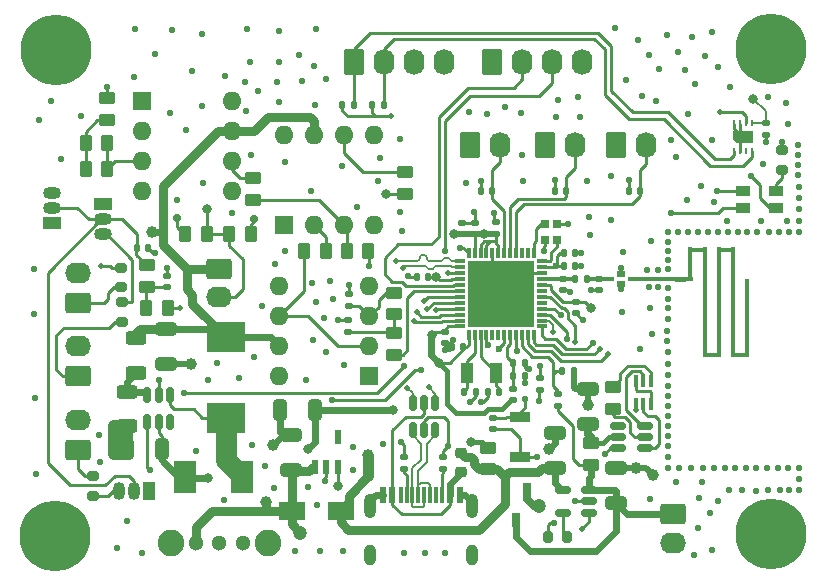
<source format=gbr>
%TF.GenerationSoftware,KiCad,Pcbnew,(6.0.0)*%
%TF.CreationDate,2023-04-24T11:59:45-05:00*%
%TF.ProjectId,SNAP_Project,534e4150-5f50-4726-9f6a-6563742e6b69,1.0*%
%TF.SameCoordinates,Original*%
%TF.FileFunction,Copper,L1,Top*%
%TF.FilePolarity,Positive*%
%FSLAX46Y46*%
G04 Gerber Fmt 4.6, Leading zero omitted, Abs format (unit mm)*
G04 Created by KiCad (PCBNEW (6.0.0)) date 2023-04-24 11:59:45*
%MOMM*%
%LPD*%
G01*
G04 APERTURE LIST*
G04 Aperture macros list*
%AMRoundRect*
0 Rectangle with rounded corners*
0 $1 Rounding radius*
0 $2 $3 $4 $5 $6 $7 $8 $9 X,Y pos of 4 corners*
0 Add a 4 corners polygon primitive as box body*
4,1,4,$2,$3,$4,$5,$6,$7,$8,$9,$2,$3,0*
0 Add four circle primitives for the rounded corners*
1,1,$1+$1,$2,$3*
1,1,$1+$1,$4,$5*
1,1,$1+$1,$6,$7*
1,1,$1+$1,$8,$9*
0 Add four rect primitives between the rounded corners*
20,1,$1+$1,$2,$3,$4,$5,0*
20,1,$1+$1,$4,$5,$6,$7,0*
20,1,$1+$1,$6,$7,$8,$9,0*
20,1,$1+$1,$8,$9,$2,$3,0*%
%AMFreePoly0*
4,1,6,0.500000,-0.850000,-0.500000,-0.850000,-0.500000,0.550000,-0.200000,0.850000,0.500000,0.850000,0.500000,-0.850000,0.500000,-0.850000,$1*%
G04 Aperture macros list end*
%TA.AperFunction,ComponentPad*%
%ADD10RoundRect,0.250000X-0.620000X-0.845000X0.620000X-0.845000X0.620000X0.845000X-0.620000X0.845000X0*%
%TD*%
%TA.AperFunction,ComponentPad*%
%ADD11O,1.740000X2.190000*%
%TD*%
%TA.AperFunction,SMDPad,CuDef*%
%ADD12RoundRect,0.140000X-0.170000X0.140000X-0.170000X-0.140000X0.170000X-0.140000X0.170000X0.140000X0*%
%TD*%
%TA.AperFunction,SMDPad,CuDef*%
%ADD13R,0.600000X1.150000*%
%TD*%
%TA.AperFunction,SMDPad,CuDef*%
%ADD14RoundRect,0.140000X0.170000X-0.140000X0.170000X0.140000X-0.170000X0.140000X-0.170000X-0.140000X0*%
%TD*%
%TA.AperFunction,SMDPad,CuDef*%
%ADD15R,1.700000X0.900000*%
%TD*%
%TA.AperFunction,ComponentPad*%
%ADD16R,1.050000X1.500000*%
%TD*%
%TA.AperFunction,ComponentPad*%
%ADD17O,1.050000X1.500000*%
%TD*%
%TA.AperFunction,SMDPad,CuDef*%
%ADD18RoundRect,0.250000X0.650000X-0.325000X0.650000X0.325000X-0.650000X0.325000X-0.650000X-0.325000X0*%
%TD*%
%TA.AperFunction,SMDPad,CuDef*%
%ADD19RoundRect,0.250000X0.262500X0.450000X-0.262500X0.450000X-0.262500X-0.450000X0.262500X-0.450000X0*%
%TD*%
%TA.AperFunction,SMDPad,CuDef*%
%ADD20RoundRect,0.200000X0.275000X-0.200000X0.275000X0.200000X-0.275000X0.200000X-0.275000X-0.200000X0*%
%TD*%
%TA.AperFunction,SMDPad,CuDef*%
%ADD21RoundRect,0.140000X-0.140000X-0.170000X0.140000X-0.170000X0.140000X0.170000X-0.140000X0.170000X0*%
%TD*%
%TA.AperFunction,SMDPad,CuDef*%
%ADD22C,1.000000*%
%TD*%
%TA.AperFunction,SMDPad,CuDef*%
%ADD23RoundRect,0.250000X0.450000X-0.262500X0.450000X0.262500X-0.450000X0.262500X-0.450000X-0.262500X0*%
%TD*%
%TA.AperFunction,SMDPad,CuDef*%
%ADD24RoundRect,0.140000X0.140000X0.170000X-0.140000X0.170000X-0.140000X-0.170000X0.140000X-0.170000X0*%
%TD*%
%TA.AperFunction,ComponentPad*%
%ADD25C,6.000000*%
%TD*%
%TA.AperFunction,SMDPad,CuDef*%
%ADD26RoundRect,0.250000X-0.625000X0.312500X-0.625000X-0.312500X0.625000X-0.312500X0.625000X0.312500X0*%
%TD*%
%TA.AperFunction,SMDPad,CuDef*%
%ADD27R,0.800000X0.500000*%
%TD*%
%TA.AperFunction,SMDPad,CuDef*%
%ADD28R,0.500000X0.300000*%
%TD*%
%TA.AperFunction,SMDPad,CuDef*%
%ADD29RoundRect,0.150000X-0.150000X0.512500X-0.150000X-0.512500X0.150000X-0.512500X0.150000X0.512500X0*%
%TD*%
%TA.AperFunction,SMDPad,CuDef*%
%ADD30R,0.700000X0.750000*%
%TD*%
%TA.AperFunction,ComponentPad*%
%ADD31RoundRect,0.250000X0.845000X-0.620000X0.845000X0.620000X-0.845000X0.620000X-0.845000X-0.620000X0*%
%TD*%
%TA.AperFunction,ComponentPad*%
%ADD32O,2.190000X1.740000*%
%TD*%
%TA.AperFunction,ComponentPad*%
%ADD33R,1.500000X1.050000*%
%TD*%
%TA.AperFunction,ComponentPad*%
%ADD34O,1.500000X1.050000*%
%TD*%
%TA.AperFunction,SMDPad,CuDef*%
%ADD35R,1.000000X1.800000*%
%TD*%
%TA.AperFunction,SMDPad,CuDef*%
%ADD36RoundRect,0.250000X-0.450000X0.262500X-0.450000X-0.262500X0.450000X-0.262500X0.450000X0.262500X0*%
%TD*%
%TA.AperFunction,SMDPad,CuDef*%
%ADD37RoundRect,0.250000X0.325000X0.650000X-0.325000X0.650000X-0.325000X-0.650000X0.325000X-0.650000X0*%
%TD*%
%TA.AperFunction,SMDPad,CuDef*%
%ADD38RoundRect,0.150000X0.150000X-0.512500X0.150000X0.512500X-0.150000X0.512500X-0.150000X-0.512500X0*%
%TD*%
%TA.AperFunction,SMDPad,CuDef*%
%ADD39R,0.600000X1.450000*%
%TD*%
%TA.AperFunction,SMDPad,CuDef*%
%ADD40R,0.300000X1.450000*%
%TD*%
%TA.AperFunction,ComponentPad*%
%ADD41O,1.000000X2.100000*%
%TD*%
%TA.AperFunction,ComponentPad*%
%ADD42O,1.000000X1.800000*%
%TD*%
%TA.AperFunction,SMDPad,CuDef*%
%ADD43RoundRect,0.150000X0.512500X0.150000X-0.512500X0.150000X-0.512500X-0.150000X0.512500X-0.150000X0*%
%TD*%
%TA.AperFunction,SMDPad,CuDef*%
%ADD44RoundRect,0.250000X-0.262500X-0.450000X0.262500X-0.450000X0.262500X0.450000X-0.262500X0.450000X0*%
%TD*%
%TA.AperFunction,SMDPad,CuDef*%
%ADD45R,2.250000X1.600000*%
%TD*%
%TA.AperFunction,SMDPad,CuDef*%
%ADD46RoundRect,0.135000X-0.135000X-0.185000X0.135000X-0.185000X0.135000X0.185000X-0.135000X0.185000X0*%
%TD*%
%TA.AperFunction,SMDPad,CuDef*%
%ADD47R,1.903000X2.790000*%
%TD*%
%TA.AperFunction,SMDPad,CuDef*%
%ADD48R,0.650000X1.220000*%
%TD*%
%TA.AperFunction,SMDPad,CuDef*%
%ADD49RoundRect,0.135000X-0.185000X0.135000X-0.185000X-0.135000X0.185000X-0.135000X0.185000X0.135000X0*%
%TD*%
%TA.AperFunction,SMDPad,CuDef*%
%ADD50RoundRect,0.250000X-0.650000X0.325000X-0.650000X-0.325000X0.650000X-0.325000X0.650000X0.325000X0*%
%TD*%
%TA.AperFunction,SMDPad,CuDef*%
%ADD51RoundRect,0.135000X0.185000X-0.135000X0.185000X0.135000X-0.185000X0.135000X-0.185000X-0.135000X0*%
%TD*%
%TA.AperFunction,SMDPad,CuDef*%
%ADD52RoundRect,0.200000X-0.275000X0.200000X-0.275000X-0.200000X0.275000X-0.200000X0.275000X0.200000X0*%
%TD*%
%TA.AperFunction,SMDPad,CuDef*%
%ADD53R,1.200000X0.900000*%
%TD*%
%TA.AperFunction,ComponentPad*%
%ADD54R,1.600000X1.600000*%
%TD*%
%TA.AperFunction,ComponentPad*%
%ADD55O,1.600000X1.600000*%
%TD*%
%TA.AperFunction,SMDPad,CuDef*%
%ADD56RoundRect,0.200000X0.200000X0.275000X-0.200000X0.275000X-0.200000X-0.275000X0.200000X-0.275000X0*%
%TD*%
%TA.AperFunction,SMDPad,CuDef*%
%ADD57R,0.250000X0.550000*%
%TD*%
%TA.AperFunction,SMDPad,CuDef*%
%ADD58FreePoly0,90.000000*%
%TD*%
%TA.AperFunction,SMDPad,CuDef*%
%ADD59R,0.400000X1.000000*%
%TD*%
%TA.AperFunction,SMDPad,CuDef*%
%ADD60RoundRect,0.218750X0.256250X-0.218750X0.256250X0.218750X-0.256250X0.218750X-0.256250X-0.218750X0*%
%TD*%
%TA.AperFunction,ComponentPad*%
%ADD61C,1.300000*%
%TD*%
%TA.AperFunction,ComponentPad*%
%ADD62C,2.250000*%
%TD*%
%TA.AperFunction,SMDPad,CuDef*%
%ADD63RoundRect,0.147500X-0.147500X-0.172500X0.147500X-0.172500X0.147500X0.172500X-0.147500X0.172500X0*%
%TD*%
%TA.AperFunction,SMDPad,CuDef*%
%ADD64R,1.500000X0.400000*%
%TD*%
%TA.AperFunction,SMDPad,CuDef*%
%ADD65R,0.400000X2.900000*%
%TD*%
%TA.AperFunction,SMDPad,CuDef*%
%ADD66R,1.600000X0.400000*%
%TD*%
%TA.AperFunction,SMDPad,CuDef*%
%ADD67R,0.400000X9.300000*%
%TD*%
%TA.AperFunction,SMDPad,CuDef*%
%ADD68R,0.400000X6.600000*%
%TD*%
%TA.AperFunction,SMDPad,CuDef*%
%ADD69RoundRect,0.147500X0.172500X-0.147500X0.172500X0.147500X-0.172500X0.147500X-0.172500X-0.147500X0*%
%TD*%
%TA.AperFunction,SMDPad,CuDef*%
%ADD70R,0.300000X0.850000*%
%TD*%
%TA.AperFunction,SMDPad,CuDef*%
%ADD71R,0.850000X0.300000*%
%TD*%
%TA.AperFunction,SMDPad,CuDef*%
%ADD72R,5.700000X5.700000*%
%TD*%
%TA.AperFunction,SMDPad,CuDef*%
%ADD73R,3.300000X2.500000*%
%TD*%
%TA.AperFunction,ViaPad*%
%ADD74C,1.200000*%
%TD*%
%TA.AperFunction,ViaPad*%
%ADD75C,0.550000*%
%TD*%
%TA.AperFunction,ViaPad*%
%ADD76C,1.000000*%
%TD*%
%TA.AperFunction,ViaPad*%
%ADD77C,0.800000*%
%TD*%
%TA.AperFunction,ViaPad*%
%ADD78C,0.700000*%
%TD*%
%TA.AperFunction,ViaPad*%
%ADD79C,0.500000*%
%TD*%
%TA.AperFunction,ViaPad*%
%ADD80C,0.600000*%
%TD*%
%TA.AperFunction,Conductor*%
%ADD81C,0.800000*%
%TD*%
%TA.AperFunction,Conductor*%
%ADD82C,0.700000*%
%TD*%
%TA.AperFunction,Conductor*%
%ADD83C,0.350000*%
%TD*%
%TA.AperFunction,Conductor*%
%ADD84C,0.250000*%
%TD*%
%TA.AperFunction,Conductor*%
%ADD85C,1.000000*%
%TD*%
%TA.AperFunction,Conductor*%
%ADD86C,0.600000*%
%TD*%
%TA.AperFunction,Conductor*%
%ADD87C,0.500000*%
%TD*%
%TA.AperFunction,Conductor*%
%ADD88C,0.400000*%
%TD*%
%TA.AperFunction,Conductor*%
%ADD89C,0.200000*%
%TD*%
%TA.AperFunction,Conductor*%
%ADD90C,0.900000*%
%TD*%
%TA.AperFunction,Conductor*%
%ADD91C,0.300000*%
%TD*%
%TA.AperFunction,Conductor*%
%ADD92C,1.800000*%
%TD*%
G04 APERTURE END LIST*
D10*
%TO.P,J4,1,Pin_1*%
%TO.N,I2C1_SDA*%
X95140000Y-78927500D03*
D11*
%TO.P,J4,2,Pin_2*%
%TO.N,I2C1_SCL*%
X97680000Y-78927500D03*
%TO.P,J4,3,Pin_3*%
%TO.N,GND*%
X100220000Y-78927500D03*
%TO.P,J4,4,Pin_4*%
%TO.N,+3V0*%
X102760000Y-78927500D03*
%TD*%
D12*
%TO.P,C13,1*%
%TO.N,+3V0*%
X102830000Y-101790000D03*
%TO.P,C13,2*%
%TO.N,GND*%
X102830000Y-102750000D03*
%TD*%
D13*
%TO.P,IC1,1,VIN*%
%TO.N,SW_ON*%
X91850000Y-113207500D03*
%TO.P,IC1,2,GND*%
%TO.N,GND*%
X92800000Y-113207500D03*
%TO.P,IC1,3,EN*%
%TO.N,SW_EN*%
X93750000Y-113207500D03*
%TO.P,IC1,4,NC*%
%TO.N,unconnected-(IC1-Pad4)*%
X93750000Y-110707500D03*
%TO.P,IC1,5,VOUT*%
%TO.N,+3V0*%
X91850000Y-110707500D03*
%TD*%
D14*
%TO.P,C24,1*%
%TO.N,+3V0*%
X107150000Y-93450000D03*
%TO.P,C24,2*%
%TO.N,GND*%
X107150000Y-92490000D03*
%TD*%
D15*
%TO.P,SW2,1,1*%
%TO.N,NRST*%
X109160000Y-108950000D03*
%TO.P,SW2,2,2*%
%TO.N,GND*%
X109160000Y-112350000D03*
%TD*%
D16*
%TO.P,Q3,1,S*%
%TO.N,GND*%
X77800000Y-115257500D03*
D17*
%TO.P,Q3,2,G*%
%TO.N,FILT_PWM*%
X76530000Y-115257500D03*
%TO.P,Q3,3,D*%
%TO.N,Net-(Q3-Pad3)*%
X75260000Y-115257500D03*
%TD*%
D18*
%TO.P,C5,1*%
%TO.N,Net-(C5-Pad1)*%
X114960000Y-109595000D03*
%TO.P,C5,2*%
%TO.N,GND*%
X114960000Y-106645000D03*
%TD*%
D19*
%TO.P,R27,1*%
%TO.N,Net-(Q4-Pad2)*%
X74232500Y-85780000D03*
%TO.P,R27,2*%
%TO.N,Net-(R18-Pad2)*%
X72407500Y-85780000D03*
%TD*%
D20*
%TO.P,R4,1*%
%TO.N,Net-(D3-Pad1)*%
X75460000Y-100905000D03*
%TO.P,R4,2*%
%TO.N,Net-(Q2-Pad3)*%
X75460000Y-99255000D03*
%TD*%
D21*
%TO.P,C20,1*%
%TO.N,FILT_PWM*%
X76730000Y-94690000D03*
%TO.P,C20,2*%
%TO.N,GND*%
X77690000Y-94690000D03*
%TD*%
D22*
%TO.P,TP1,1,1*%
%TO.N,VBUS*%
X96330000Y-112200000D03*
%TD*%
D23*
%TO.P,R11,1*%
%TO.N,VBUS*%
X106450000Y-113402500D03*
%TO.P,R11,2*%
%TO.N,GND*%
X106450000Y-111577500D03*
%TD*%
D24*
%TO.P,C31,1*%
%TO.N,+3V0*%
X101430000Y-97107500D03*
%TO.P,C31,2*%
%TO.N,GND*%
X100470000Y-97107500D03*
%TD*%
D14*
%TO.P,C9,1*%
%TO.N,+3V0*%
X104300000Y-93487500D03*
%TO.P,C9,2*%
%TO.N,GND*%
X104300000Y-92527500D03*
%TD*%
D23*
%TO.P,R19,1*%
%TO.N,PWM_VREF*%
X98550000Y-103720000D03*
%TO.P,R19,2*%
%TO.N,Net-(C26-Pad1)*%
X98550000Y-101895000D03*
%TD*%
D25*
%TO.P,H2,1*%
%TO.N,N/C*%
X69940000Y-77887500D03*
%TD*%
D26*
%TO.P,R1,1*%
%TO.N,+5V*%
X76710000Y-102297500D03*
%TO.P,R1,2*%
%TO.N,Net-(R1-Pad2)*%
X76710000Y-105222500D03*
%TD*%
D19*
%TO.P,R18,1*%
%TO.N,Net-(Q4-Pad2)*%
X74232500Y-87950000D03*
%TO.P,R18,2*%
%TO.N,Net-(R18-Pad2)*%
X72407500Y-87950000D03*
%TD*%
D27*
%TO.P,FL1,1,GND_1*%
%TO.N,GND*%
X117760000Y-96850000D03*
D28*
%TO.P,FL1,2,OUT*%
%TO.N,Net-(AE1-Pad1)*%
X118610000Y-97300000D03*
D27*
%TO.P,FL1,3,GND_2*%
%TO.N,GND*%
X117760000Y-97750000D03*
D28*
%TO.P,FL1,4,IN*%
%TO.N,Net-(C25-Pad1)*%
X116910000Y-97300000D03*
%TD*%
D29*
%TO.P,U2,1,SW*%
%TO.N,Net-(D1-Pad2)*%
X79550000Y-107082500D03*
%TO.P,U2,2,GND*%
%TO.N,GND*%
X78600000Y-107082500D03*
%TO.P,U2,3,FB*%
%TO.N,Net-(R1-Pad2)*%
X77650000Y-107082500D03*
%TO.P,U2,4,EN*%
%TO.N,MT3608_EN*%
X77650000Y-109357500D03*
%TO.P,U2,5,IN*%
%TO.N,+3V0*%
X78600000Y-109357500D03*
%TO.P,U2,6,NC*%
%TO.N,unconnected-(U2-Pad6)*%
X79550000Y-109357500D03*
%TD*%
D30*
%TO.P,Y1,1,1*%
%TO.N,HSE_IN*%
X111350000Y-92632500D03*
%TO.P,Y1,2,2*%
%TO.N,GND*%
X111350000Y-93982500D03*
%TO.P,Y1,3,3*%
%TO.N,HSE_OUT*%
X112350000Y-93982500D03*
%TO.P,Y1,4,4*%
%TO.N,GND*%
X112350000Y-92632500D03*
%TD*%
D31*
%TO.P,BT1,1,+*%
%TO.N,+BATT*%
X122160000Y-117197000D03*
D32*
%TO.P,BT1,2,-*%
%TO.N,GND*%
X122160000Y-119610000D03*
%TD*%
D33*
%TO.P,Q2,1,S*%
%TO.N,GND*%
X73920000Y-90980000D03*
D34*
%TO.P,Q2,2,G*%
%TO.N,FILT_PWM*%
X73920000Y-92250000D03*
%TO.P,Q2,3,D*%
%TO.N,Net-(Q2-Pad3)*%
X73920000Y-93520000D03*
%TD*%
D23*
%TO.P,R28,1*%
%TO.N,Net-(R18-Pad2)*%
X74230000Y-83822500D03*
%TO.P,R28,2*%
%TO.N,GND*%
X74230000Y-81997500D03*
%TD*%
D22*
%TO.P,TP4,1,1*%
%TO.N,GND*%
X120450000Y-113920000D03*
%TD*%
%TO.P,TP2,1,1*%
%TO.N,+5V*%
X78000000Y-93290000D03*
%TD*%
D23*
%TO.P,R30,1*%
%TO.N,Net-(C19-Pad1)*%
X77580000Y-97952500D03*
%TO.P,R30,2*%
%TO.N,FILT_PWM*%
X77580000Y-96127500D03*
%TD*%
D35*
%TO.P,Y2,1,1*%
%TO.N,LSE_OUT*%
X107200000Y-105207500D03*
%TO.P,Y2,2,2*%
%TO.N,LSE_IN*%
X104700000Y-105207500D03*
%TD*%
D31*
%TO.P,D4,1,K*%
%TO.N,Net-(D4-Pad1)*%
X71770000Y-111777500D03*
D32*
%TO.P,D4,2,A*%
%TO.N,4261_EN*%
X71770000Y-109237500D03*
%TD*%
D18*
%TO.P,C7,1*%
%TO.N,+BATT*%
X117329273Y-116247500D03*
%TO.P,C7,2*%
%TO.N,GND*%
X117329273Y-113297500D03*
%TD*%
D24*
%TO.P,C22,1*%
%TO.N,LSE_OUT*%
X107430000Y-106857500D03*
%TO.P,C22,2*%
%TO.N,GND*%
X106470000Y-106857500D03*
%TD*%
D14*
%TO.P,C12,1*%
%TO.N,+3V0*%
X105350000Y-93487500D03*
%TO.P,C12,2*%
%TO.N,GND*%
X105350000Y-92527500D03*
%TD*%
D12*
%TO.P,C11,1*%
%TO.N,+3V0*%
X113920000Y-99210000D03*
%TO.P,C11,2*%
%TO.N,GND*%
X113920000Y-100170000D03*
%TD*%
D36*
%TO.P,R26,1*%
%TO.N,OPAMP_ADC*%
X99450000Y-88245000D03*
%TO.P,R26,2*%
%TO.N,Net-(R23-Pad2)*%
X99450000Y-90070000D03*
%TD*%
D37*
%TO.P,C2,1*%
%TO.N,+3V0*%
X91825000Y-108407500D03*
%TO.P,C2,2*%
%TO.N,GND*%
X88875000Y-108407500D03*
%TD*%
D19*
%TO.P,R22,1*%
%TO.N,Net-(Q4-Pad2)*%
X82662500Y-93457500D03*
%TO.P,R22,2*%
%TO.N,GND*%
X80837500Y-93457500D03*
%TD*%
D18*
%TO.P,C6,1*%
%TO.N,VBUS*%
X112144637Y-113287864D03*
%TO.P,C6,2*%
%TO.N,GND*%
X112144637Y-110337864D03*
%TD*%
D25*
%TO.P,H4,1*%
%TO.N,N/C*%
X69833680Y-119017500D03*
%TD*%
D38*
%TO.P,U1,1,I/O1*%
%TO.N,USB_CONN_D-*%
X100115773Y-110095000D03*
%TO.P,U1,2,GND*%
%TO.N,GND*%
X101065773Y-110095000D03*
%TO.P,U1,3,I/O2*%
%TO.N,USB_CONN_D+*%
X102015773Y-110095000D03*
%TO.P,U1,4,I/O2*%
%TO.N,USB_D+*%
X102015773Y-107820000D03*
%TO.P,U1,5,VBUS*%
%TO.N,Net-(F1-Pad1)*%
X101065773Y-107820000D03*
%TO.P,U1,6,I/O1*%
%TO.N,USB_D-*%
X100115773Y-107820000D03*
%TD*%
D23*
%TO.P,R9,1*%
%TO.N,Net-(R9-Pad1)*%
X117040000Y-108292500D03*
%TO.P,R9,2*%
%TO.N,Net-(Q5-Pad4)*%
X117040000Y-106467500D03*
%TD*%
D39*
%TO.P,J1,A1,GND*%
%TO.N,GND*%
X97589273Y-115572500D03*
%TO.P,J1,A4,VBUS*%
%TO.N,Net-(F1-Pad1)*%
X98389273Y-115572500D03*
D40*
%TO.P,J1,A5,CC1*%
%TO.N,Net-(J1-PadA5)*%
X99589273Y-115572500D03*
%TO.P,J1,A6,D+*%
%TO.N,USB_CONN_D+*%
X100589273Y-115572500D03*
%TO.P,J1,A7,D-*%
%TO.N,USB_CONN_D-*%
X101089273Y-115572500D03*
%TO.P,J1,A8,SBU1*%
%TO.N,unconnected-(J1-PadA8)*%
X102089273Y-115572500D03*
D39*
%TO.P,J1,A9,VBUS*%
%TO.N,Net-(F1-Pad1)*%
X103289273Y-115572500D03*
%TO.P,J1,A12,GND*%
%TO.N,GND*%
X104089273Y-115572500D03*
%TO.P,J1,B1,GND*%
X104089273Y-115572500D03*
%TO.P,J1,B4,VBUS*%
%TO.N,Net-(F1-Pad1)*%
X103289273Y-115572500D03*
D40*
%TO.P,J1,B5,CC2*%
%TO.N,Net-(J1-PadB5)*%
X102589273Y-115572500D03*
%TO.P,J1,B6,D+*%
%TO.N,USB_CONN_D+*%
X101589273Y-115572500D03*
%TO.P,J1,B7,D-*%
%TO.N,USB_CONN_D-*%
X100089273Y-115572500D03*
%TO.P,J1,B8,SBU2*%
%TO.N,unconnected-(J1-PadB8)*%
X99089273Y-115572500D03*
D39*
%TO.P,J1,B9,VBUS*%
%TO.N,Net-(F1-Pad1)*%
X98389273Y-115572500D03*
%TO.P,J1,B12,GND*%
%TO.N,GND*%
X97589273Y-115572500D03*
D41*
%TO.P,J1,S1,SHIELD*%
X105159273Y-116487500D03*
D42*
X96519273Y-120667500D03*
X105159273Y-120667500D03*
D41*
X96519273Y-116487500D03*
%TD*%
D24*
%TO.P,C28,1*%
%TO.N,BUTT_BT*%
X119380000Y-89827500D03*
%TO.P,C28,2*%
%TO.N,GND*%
X118420000Y-89827500D03*
%TD*%
D43*
%TO.P,U8,1,STAT*%
%TO.N,BAT_STAT*%
X115076773Y-117067500D03*
%TO.P,U8,2,VSS*%
%TO.N,GND*%
X115076773Y-116117500D03*
%TO.P,U8,3,VBAT*%
%TO.N,+BATT*%
X115076773Y-115167500D03*
%TO.P,U8,4,VDD*%
%TO.N,VBUS*%
X112801773Y-115167500D03*
%TO.P,U8,5,PROG*%
%TO.N,Net-(R10-Pad1)*%
X112801773Y-117067500D03*
%TD*%
D31*
%TO.P,D3,1,K*%
%TO.N,Net-(D3-Pad1)*%
X71770000Y-105527500D03*
D32*
%TO.P,D3,2,A*%
%TO.N,4273_EN*%
X71770000Y-102987500D03*
%TD*%
D44*
%TO.P,R23,1*%
%TO.N,Feedback_VREF*%
X90937500Y-94957500D03*
%TO.P,R23,2*%
%TO.N,Net-(R23-Pad2)*%
X92762500Y-94957500D03*
%TD*%
D37*
%TO.P,C3,1*%
%TO.N,+3V0*%
X78875000Y-111720000D03*
%TO.P,C3,2*%
%TO.N,GND*%
X75925000Y-111720000D03*
%TD*%
D14*
%TO.P,C26,1*%
%TO.N,Net-(C26-Pad1)*%
X94625000Y-101737500D03*
%TO.P,C26,2*%
%TO.N,GND*%
X94625000Y-100777500D03*
%TD*%
D45*
%TO.P,D5,1,K*%
%TO.N,SW_ON*%
X89900000Y-116907500D03*
%TO.P,D5,2,A*%
%TO.N,VBUS*%
X94000000Y-116907500D03*
%TD*%
D36*
%TO.P,R24,1*%
%TO.N,Net-(R24-Pad1)*%
X86600000Y-88745000D03*
%TO.P,R24,2*%
%TO.N,Net-(R24-Pad2)*%
X86600000Y-90570000D03*
%TD*%
D25*
%TO.P,H3,1*%
%TO.N,N/C*%
X130468680Y-118918680D03*
%TD*%
D46*
%TO.P,R15,1*%
%TO.N,+3V0*%
X94110000Y-82570000D03*
%TO.P,R15,2*%
%TO.N,I2C1_SDA*%
X95130000Y-82570000D03*
%TD*%
D33*
%TO.P,Q1,1,S*%
%TO.N,GND*%
X69600000Y-92520000D03*
D34*
%TO.P,Q1,2,G*%
%TO.N,FILT_PWM*%
X69600000Y-91250000D03*
%TO.P,Q1,3,D*%
%TO.N,Net-(Q1-Pad3)*%
X69600000Y-89980000D03*
%TD*%
D10*
%TO.P,J3,1,Pin_1*%
%TO.N,unconnected-(J3-Pad1)*%
X106840000Y-78877500D03*
D11*
%TO.P,J3,2,Pin_2*%
%TO.N,SWCLK*%
X109380000Y-78877500D03*
%TO.P,J3,3,Pin_3*%
%TO.N,SWDIO*%
X111920000Y-78877500D03*
%TO.P,J3,4,Pin_4*%
%TO.N,GND*%
X114460000Y-78877500D03*
%TD*%
D26*
%TO.P,R2,1*%
%TO.N,Net-(R1-Pad2)*%
X75940000Y-106847500D03*
%TO.P,R2,2*%
%TO.N,GND*%
X75940000Y-109772500D03*
%TD*%
D46*
%TO.P,R13,1*%
%TO.N,BATT_ADC*%
X112780000Y-105080000D03*
%TO.P,R13,2*%
%TO.N,GND*%
X113800000Y-105080000D03*
%TD*%
D44*
%TO.P,R25,1*%
%TO.N,Net-(R24-Pad2)*%
X94537500Y-94957500D03*
%TO.P,R25,2*%
%TO.N,GND*%
X96362500Y-94957500D03*
%TD*%
D19*
%TO.P,R29,1*%
%TO.N,PWM_LEDS*%
X79362500Y-99770000D03*
%TO.P,R29,2*%
%TO.N,Net-(C19-Pad1)*%
X77537500Y-99770000D03*
%TD*%
D47*
%TO.P,L1,1*%
%TO.N,+3V0*%
X80800000Y-114020000D03*
%TO.P,L1,2*%
%TO.N,Net-(D1-Pad2)*%
X85653000Y-114020000D03*
%TD*%
D48*
%TO.P,Q6,1,D*%
%TO.N,SW_ON*%
X109794637Y-115115000D03*
%TO.P,Q6,2,G*%
%TO.N,VBUS*%
X107894637Y-115115000D03*
%TO.P,Q6,3,S*%
%TO.N,+BATT*%
X108844637Y-117735000D03*
%TD*%
D49*
%TO.P,R6,1*%
%TO.N,GND*%
X102665773Y-112347500D03*
%TO.P,R6,2*%
%TO.N,Net-(J1-PadB5)*%
X102665773Y-113367500D03*
%TD*%
D10*
%TO.P,SW3,1,1*%
%TO.N,GND*%
X117320000Y-85950000D03*
D11*
%TO.P,SW3,2,2*%
%TO.N,BUTT_BT*%
X119860000Y-85950000D03*
%TD*%
D12*
%TO.P,C18,1*%
%TO.N,NRST*%
X106950000Y-109070000D03*
%TO.P,C18,2*%
%TO.N,GND*%
X106950000Y-110030000D03*
%TD*%
D18*
%TO.P,C1,1*%
%TO.N,SW_ON*%
X89800000Y-113432500D03*
%TO.P,C1,2*%
%TO.N,GND*%
X89800000Y-110482500D03*
%TD*%
D25*
%TO.P,H1,1*%
%TO.N,N/C*%
X130461320Y-77838680D03*
%TD*%
D50*
%TO.P,C4,1*%
%TO.N,+5V*%
X79200000Y-101545000D03*
%TO.P,C4,2*%
%TO.N,GND*%
X79200000Y-104495000D03*
%TD*%
D21*
%TO.P,C21,1*%
%TO.N,LSE_IN*%
X104470000Y-106857500D03*
%TO.P,C21,2*%
%TO.N,GND*%
X105430000Y-106857500D03*
%TD*%
D12*
%TO.P,C25,1*%
%TO.N,Net-(C25-Pad1)*%
X115910000Y-97300000D03*
%TO.P,C25,2*%
%TO.N,GND*%
X115910000Y-98260000D03*
%TD*%
D49*
%TO.P,R7,1*%
%TO.N,GND*%
X99365773Y-112347500D03*
%TO.P,R7,2*%
%TO.N,Net-(J1-PadA5)*%
X99365773Y-113367500D03*
%TD*%
D51*
%TO.P,R12,1*%
%TO.N,+BATT*%
X112410000Y-108070000D03*
%TO.P,R12,2*%
%TO.N,BATT_ADC*%
X112410000Y-107050000D03*
%TD*%
D21*
%TO.P,C17,1*%
%TO.N,+3.3VA*%
X108620000Y-104407500D03*
%TO.P,C17,2*%
%TO.N,GND*%
X109580000Y-104407500D03*
%TD*%
D52*
%TO.P,R5,1*%
%TO.N,Net-(D4-Pad1)*%
X73040000Y-113975000D03*
%TO.P,R5,2*%
%TO.N,Net-(Q3-Pad3)*%
X73040000Y-115625000D03*
%TD*%
D14*
%TO.P,C19,1*%
%TO.N,Net-(C19-Pad1)*%
X79280000Y-97960000D03*
%TO.P,C19,2*%
%TO.N,GND*%
X79280000Y-97000000D03*
%TD*%
D53*
%TO.P,D6,1,RA*%
%TO.N,RGB_RED*%
X128060000Y-89855000D03*
%TO.P,D6,2,K*%
%TO.N,Net-(D6-Pad2)*%
X130860000Y-89855000D03*
%TO.P,D6,3,GA*%
%TO.N,RGB_GREEN*%
X130860000Y-91305000D03*
%TO.P,D6,4,BA*%
%TO.N,RGB_BLUE*%
X128060000Y-91305000D03*
%TD*%
D54*
%TO.P,U5,1,VOS_1*%
%TO.N,unconnected-(U5-Pad1)*%
X96450000Y-105507500D03*
D55*
%TO.P,U5,2,-*%
%TO.N,Feedback_VREF*%
X96450000Y-102967500D03*
%TO.P,U5,3,+*%
%TO.N,Net-(C27-Pad1)*%
X96450000Y-100427500D03*
%TO.P,U5,4,V-*%
%TO.N,GND*%
X96450000Y-97887500D03*
%TO.P,U5,5,NC*%
%TO.N,unconnected-(U5-Pad5)*%
X88830000Y-97887500D03*
%TO.P,U5,6,OUT*%
%TO.N,Feedback_VREF*%
X88830000Y-100427500D03*
%TO.P,U5,7,V+*%
%TO.N,+5V*%
X88830000Y-102967500D03*
%TO.P,U5,8,VOS_8*%
%TO.N,unconnected-(U5-Pad8)*%
X88830000Y-105507500D03*
%TD*%
D14*
%TO.P,C27,1*%
%TO.N,Net-(C27-Pad1)*%
X94750000Y-99537500D03*
%TO.P,C27,2*%
%TO.N,GND*%
X94750000Y-98577500D03*
%TD*%
D23*
%TO.P,R8,1*%
%TO.N,+BATT*%
X115239273Y-113030000D03*
%TO.P,R8,2*%
%TO.N,Net-(C5-Pad1)*%
X115239273Y-111205000D03*
%TD*%
D12*
%TO.P,C23,1*%
%TO.N,BLE_RF*%
X112840000Y-97300000D03*
%TO.P,C23,2*%
%TO.N,GND*%
X112840000Y-98260000D03*
%TD*%
D56*
%TO.P,R10,1*%
%TO.N,Net-(R10-Pad1)*%
X113175000Y-119100000D03*
%TO.P,R10,2*%
%TO.N,GND*%
X111525000Y-119100000D03*
%TD*%
D24*
%TO.P,C10,1*%
%TO.N,+3V0*%
X104400000Y-103060000D03*
%TO.P,C10,2*%
%TO.N,GND*%
X103440000Y-103060000D03*
%TD*%
D54*
%TO.P,U6,1,VOS_1*%
%TO.N,unconnected-(U6-Pad1)*%
X77180000Y-82230000D03*
D55*
%TO.P,U6,2,-*%
%TO.N,Net-(R24-Pad1)*%
X77180000Y-84770000D03*
%TO.P,U6,3,+*%
%TO.N,Net-(Q4-Pad2)*%
X77180000Y-87310000D03*
%TO.P,U6,4,V-*%
%TO.N,GND*%
X77180000Y-89850000D03*
%TO.P,U6,5,NC*%
%TO.N,unconnected-(U6-Pad5)*%
X84800000Y-89850000D03*
%TO.P,U6,6,OUT*%
%TO.N,Net-(R24-Pad1)*%
X84800000Y-87310000D03*
%TO.P,U6,7,V+*%
%TO.N,+5V*%
X84800000Y-84770000D03*
%TO.P,U6,8,VOS_8*%
%TO.N,unconnected-(U6-Pad8)*%
X84800000Y-82230000D03*
%TD*%
D12*
%TO.P,C8,1*%
%TO.N,+3V0*%
X129980000Y-84110000D03*
%TO.P,C8,2*%
%TO.N,GND*%
X129980000Y-85070000D03*
%TD*%
D46*
%TO.P,R16,1*%
%TO.N,+3V0*%
X96690000Y-82570000D03*
%TO.P,R16,2*%
%TO.N,I2C1_SCL*%
X97710000Y-82570000D03*
%TD*%
D20*
%TO.P,R3,1*%
%TO.N,Net-(D2-Pad1)*%
X75440000Y-97975000D03*
%TO.P,R3,2*%
%TO.N,Net-(Q1-Pad3)*%
X75440000Y-96325000D03*
%TD*%
D44*
%TO.P,R21,1*%
%TO.N,Net-(Q4-Pad2)*%
X84587500Y-93457500D03*
%TO.P,R21,2*%
%TO.N,GND*%
X86412500Y-93457500D03*
%TD*%
D57*
%TO.P,U4,1,SDA*%
%TO.N,I2C1_SDA*%
X127305000Y-86442500D03*
%TO.P,U4,2,ADDR*%
%TO.N,GND*%
X127805000Y-86442500D03*
%TO.P,U4,3,ALERT*%
%TO.N,unconnected-(U4-Pad3)*%
X128305000Y-86442500D03*
%TO.P,U4,4,SCL*%
%TO.N,I2C1_SCL*%
X128805000Y-86442500D03*
%TO.P,U4,5,VDD*%
%TO.N,+3V0*%
X128805000Y-84092500D03*
%TO.P,U4,6,~{RESET}*%
%TO.N,RESET_SHT31*%
X128305000Y-84092500D03*
%TO.P,U4,7,R*%
%TO.N,GND*%
X127805000Y-84092500D03*
%TO.P,U4,8,VSS*%
X127305000Y-84092500D03*
D58*
%TO.P,U4,9,VSS*%
X128055000Y-85267500D03*
%TD*%
D10*
%TO.P,SW4,1,1*%
%TO.N,GND*%
X111300000Y-85927500D03*
D11*
%TO.P,SW4,2,2*%
%TO.N,BUTT_1*%
X113840000Y-85927500D03*
%TD*%
D49*
%TO.P,R17,1*%
%TO.N,BOOT0*%
X110850000Y-105697500D03*
%TO.P,R17,2*%
%TO.N,GND*%
X110850000Y-106717500D03*
%TD*%
D59*
%TO.P,Q5,1,S1*%
%TO.N,GND*%
X118980000Y-107855000D03*
%TO.P,Q5,2,G1*%
%TO.N,Net-(Q5-Pad2)*%
X119630000Y-107855000D03*
%TO.P,Q5,3,D2*%
%TO.N,Net-(Q5-Pad3)*%
X120280000Y-107855000D03*
%TO.P,Q5,4,S2*%
%TO.N,Net-(Q5-Pad4)*%
X120280000Y-105955000D03*
%TO.P,Q5,5,G2*%
%TO.N,Net-(Q5-Pad5)*%
X119630000Y-105955000D03*
%TO.P,Q5,6,D1*%
%TO.N,Net-(Q5-Pad3)*%
X118980000Y-105955000D03*
%TD*%
D20*
%TO.P,R14,1*%
%TO.N,Net-(D6-Pad2)*%
X131380000Y-88055000D03*
%TO.P,R14,2*%
%TO.N,GND*%
X131380000Y-86405000D03*
%TD*%
D54*
%TO.P,U7,1,VOS_1*%
%TO.N,unconnected-(U7-Pad1)*%
X89250000Y-92757500D03*
D55*
%TO.P,U7,2,-*%
%TO.N,Net-(R23-Pad2)*%
X91790000Y-92757500D03*
%TO.P,U7,3,+*%
%TO.N,Net-(R24-Pad2)*%
X94330000Y-92757500D03*
%TO.P,U7,4,V-*%
%TO.N,GND*%
X96870000Y-92757500D03*
%TO.P,U7,5,NC*%
%TO.N,unconnected-(U7-Pad5)*%
X96870000Y-85137500D03*
%TO.P,U7,6,OUT*%
%TO.N,OPAMP_ADC*%
X94330000Y-85137500D03*
%TO.P,U7,7,V+*%
%TO.N,+5V*%
X91790000Y-85137500D03*
%TO.P,U7,8,VOS_8*%
%TO.N,unconnected-(U7-Pad8)*%
X89250000Y-85137500D03*
%TD*%
D21*
%TO.P,C30,1*%
%TO.N,GND*%
X105890000Y-89807500D03*
%TO.P,C30,2*%
%TO.N,BUTT_2*%
X106850000Y-89807500D03*
%TD*%
D24*
%TO.P,C29,1*%
%TO.N,BUTT_1*%
X113080000Y-89807500D03*
%TO.P,C29,2*%
%TO.N,GND*%
X112120000Y-89807500D03*
%TD*%
D60*
%TO.P,F1,1*%
%TO.N,Net-(F1-Pad1)*%
X104180000Y-113635000D03*
%TO.P,F1,2*%
%TO.N,VBUS*%
X104180000Y-112060000D03*
%TD*%
D61*
%TO.P,SW1,1,A*%
%TO.N,SW_ON*%
X81750000Y-119647640D03*
%TO.P,SW1,2,B*%
%TO.N,SW_EN*%
X83750000Y-119647640D03*
%TO.P,SW1,3,C*%
%TO.N,GND*%
X85750000Y-119647640D03*
D62*
%TO.P,SW1,4*%
%TO.N,N/C*%
X79650000Y-119647640D03*
%TO.P,SW1,5*%
X87850000Y-119647640D03*
%TD*%
D21*
%TO.P,C14,1*%
%TO.N,+3V0*%
X112920000Y-95120000D03*
%TO.P,C14,2*%
%TO.N,GND*%
X113880000Y-95120000D03*
%TD*%
D63*
%TO.P,L3,1*%
%TO.N,BLE_RF*%
X113885000Y-97300000D03*
%TO.P,L3,2*%
%TO.N,Net-(C25-Pad1)*%
X114855000Y-97300000D03*
%TD*%
D21*
%TO.P,C15,1*%
%TO.N,+3V0*%
X112920000Y-96220000D03*
%TO.P,C15,2*%
%TO.N,GND*%
X113880000Y-96220000D03*
%TD*%
D31*
%TO.P,D2,1,K*%
%TO.N,Net-(D2-Pad1)*%
X71800000Y-99357500D03*
D32*
%TO.P,D2,2,A*%
%TO.N,WP7_EN*%
X71800000Y-96817500D03*
%TD*%
D43*
%TO.P,U3,1,DO*%
%TO.N,Net-(Q5-Pad2)*%
X119766773Y-111622500D03*
%TO.P,U3,2,VM*%
%TO.N,Net-(R9-Pad1)*%
X119766773Y-110672500D03*
%TO.P,U3,3,CO*%
%TO.N,Net-(Q5-Pad5)*%
X119766773Y-109722500D03*
%TO.P,U3,4,NC*%
%TO.N,unconnected-(U3-Pad4)*%
X117491773Y-109722500D03*
%TO.P,U3,5,VDD*%
%TO.N,Net-(C5-Pad1)*%
X117491773Y-110672500D03*
%TO.P,U3,6,VSS*%
%TO.N,GND*%
X117491773Y-111622500D03*
%TD*%
D22*
%TO.P,TP3,1,1*%
%TO.N,SW_ON*%
X87670000Y-116200000D03*
%TD*%
D64*
%TO.P,AE1,*%
%TO.N,*%
X123075000Y-97300000D03*
D65*
X123625000Y-96050000D03*
D66*
%TO.P,AE1,1,A*%
%TO.N,Net-(AE1-Pad1)*%
X125425000Y-103700000D03*
D67*
X127225000Y-99250000D03*
D66*
X124225000Y-94800000D03*
D67*
X124825000Y-99250000D03*
X126025000Y-99250000D03*
D68*
X128425000Y-100600000D03*
D66*
X127825000Y-103700000D03*
X126625000Y-94800000D03*
%TD*%
D21*
%TO.P,C16,1*%
%TO.N,+3.3VA*%
X108620000Y-105487500D03*
%TO.P,C16,2*%
%TO.N,GND*%
X109580000Y-105487500D03*
%TD*%
D31*
%TO.P,Q4,1,C*%
%TO.N,+5V*%
X83670000Y-96414500D03*
D32*
%TO.P,Q4,2,E*%
%TO.N,Net-(Q4-Pad2)*%
X83670000Y-98827500D03*
%TD*%
D23*
%TO.P,R20,1*%
%TO.N,Net-(C26-Pad1)*%
X98550000Y-100270000D03*
%TO.P,R20,2*%
%TO.N,Net-(C27-Pad1)*%
X98550000Y-98445000D03*
%TD*%
D10*
%TO.P,SW5,1,1*%
%TO.N,GND*%
X105000000Y-85927500D03*
D11*
%TO.P,SW5,2,2*%
%TO.N,BUTT_2*%
X107540000Y-85927500D03*
%TD*%
D69*
%TO.P,L2,1*%
%TO.N,+3V0*%
X108620000Y-107532500D03*
%TO.P,L2,2*%
%TO.N,+3.3VA*%
X108620000Y-106562500D03*
%TD*%
D70*
%TO.P,IC2,1,VBAT*%
%TO.N,+3V0*%
X104850000Y-102007500D03*
%TO.P,IC2,2,PC14-OSC32_IN*%
%TO.N,LSE_IN*%
X105350000Y-102007500D03*
%TO.P,IC2,3,PC15-OSC32_OUT*%
%TO.N,LSE_OUT*%
X105850000Y-102007500D03*
%TO.P,IC2,4,PH3-BOOT0*%
%TO.N,BOOT0*%
X106350000Y-102007500D03*
%TO.P,IC2,5,PB8*%
%TO.N,unconnected-(IC2-Pad5)*%
X106850000Y-102007500D03*
%TO.P,IC2,6,PB9*%
%TO.N,unconnected-(IC2-Pad6)*%
X107350000Y-102007500D03*
%TO.P,IC2,7,NRST*%
%TO.N,NRST*%
X107850000Y-102007500D03*
%TO.P,IC2,8,VDDA*%
%TO.N,+3.3VA*%
X108350000Y-102007500D03*
%TO.P,IC2,9,PA0*%
%TO.N,Feedback_VREF*%
X108850000Y-102007500D03*
%TO.P,IC2,10,PA1*%
%TO.N,BATT_ADC*%
X109350000Y-102007500D03*
%TO.P,IC2,11,PA2*%
%TO.N,RGB_RED*%
X109850000Y-102007500D03*
%TO.P,IC2,12,PA3*%
%TO.N,RGB_BLUE*%
X110350000Y-102007500D03*
D71*
%TO.P,IC2,13,PA4*%
%TO.N,RGB_GREEN*%
X111050000Y-101307500D03*
%TO.P,IC2,14,PA5*%
%TO.N,RESET_SHT31*%
X111050000Y-100807500D03*
%TO.P,IC2,15,PA6*%
%TO.N,MT3608_EN*%
X111050000Y-100307500D03*
%TO.P,IC2,16,PA7*%
%TO.N,OPAMP_ADC*%
X111050000Y-99807500D03*
%TO.P,IC2,17,PA8*%
%TO.N,unconnected-(IC2-Pad17)*%
X111050000Y-99307500D03*
%TO.P,IC2,18,PA9*%
%TO.N,BAT_STAT*%
X111050000Y-98807500D03*
%TO.P,IC2,19,PB2*%
%TO.N,unconnected-(IC2-Pad19)*%
X111050000Y-98307500D03*
%TO.P,IC2,20,VDD_1*%
%TO.N,+3V0*%
X111050000Y-97807500D03*
%TO.P,IC2,21,RF1*%
%TO.N,BLE_RF*%
X111050000Y-97307500D03*
%TO.P,IC2,22,VSSRF*%
%TO.N,GND*%
X111050000Y-96807500D03*
%TO.P,IC2,23,VDDRF*%
%TO.N,+3V0*%
X111050000Y-96307500D03*
%TO.P,IC2,24,OSC_OUT*%
%TO.N,HSE_OUT*%
X111050000Y-95807500D03*
D70*
%TO.P,IC2,25,OSC_IN*%
%TO.N,HSE_IN*%
X110350000Y-95107500D03*
%TO.P,IC2,26,AT0*%
%TO.N,unconnected-(IC2-Pad26)*%
X109850000Y-95107500D03*
%TO.P,IC2,27,AT1*%
%TO.N,unconnected-(IC2-Pad27)*%
X109350000Y-95107500D03*
%TO.P,IC2,28,PB0*%
%TO.N,BUTT_BT*%
X108850000Y-95107500D03*
%TO.P,IC2,29,PB1*%
%TO.N,BUTT_1*%
X108350000Y-95107500D03*
%TO.P,IC2,30,PE4*%
%TO.N,BUTT_2*%
X107850000Y-95107500D03*
%TO.P,IC2,31,VFBSMPS*%
%TO.N,+3V0*%
X107350000Y-95107500D03*
%TO.P,IC2,32,VSSSMPS*%
%TO.N,GND*%
X106850000Y-95107500D03*
%TO.P,IC2,33,VLXSMPS*%
%TO.N,+3V0*%
X106350000Y-95107500D03*
%TO.P,IC2,34,VDDSMPS*%
X105850000Y-95107500D03*
%TO.P,IC2,35,VDD_2*%
X105350000Y-95107500D03*
%TO.P,IC2,36,PA10*%
%TO.N,WP7_EN*%
X104850000Y-95107500D03*
D71*
%TO.P,IC2,37,PA11*%
%TO.N,USB_D-*%
X104150000Y-95807500D03*
%TO.P,IC2,38,PA12*%
%TO.N,USB_D+*%
X104150000Y-96307500D03*
%TO.P,IC2,39,PA13*%
%TO.N,SWDIO*%
X104150000Y-96807500D03*
%TO.P,IC2,40,VDDUSB*%
%TO.N,+3V0*%
X104150000Y-97307500D03*
%TO.P,IC2,41,PA14*%
%TO.N,SWCLK*%
X104150000Y-97807500D03*
%TO.P,IC2,42,PA15*%
%TO.N,PWM_VREF*%
X104150000Y-98307500D03*
%TO.P,IC2,43,PB3*%
%TO.N,PWM_LEDS*%
X104150000Y-98807500D03*
%TO.P,IC2,44,PB4*%
%TO.N,4273_EN*%
X104150000Y-99307500D03*
%TO.P,IC2,45,PB5*%
%TO.N,4261_EN*%
X104150000Y-99807500D03*
%TO.P,IC2,46,PB6*%
%TO.N,I2C1_SCL*%
X104150000Y-100307500D03*
%TO.P,IC2,47,PB7*%
%TO.N,I2C1_SDA*%
X104150000Y-100807500D03*
%TO.P,IC2,48,VDD_3*%
%TO.N,+3V0*%
X104150000Y-101307500D03*
D72*
%TO.P,IC2,49,EP*%
%TO.N,GND*%
X107600000Y-98557500D03*
%TD*%
D73*
%TO.P,D1,1,K*%
%TO.N,+5V*%
X84300000Y-102220000D03*
%TO.P,D1,2,A*%
%TO.N,Net-(D1-Pad2)*%
X84300000Y-109020000D03*
%TD*%
D74*
%TO.N,SW_ON*%
X110800000Y-116500000D03*
X90600000Y-118757500D03*
D75*
%TO.N,GND*%
X125620000Y-90810000D03*
X86325000Y-78950000D03*
X82250000Y-82650000D03*
X97310000Y-87040000D03*
X132800000Y-93300000D03*
X121700000Y-112400000D03*
X124650000Y-113300000D03*
X103070000Y-111420000D03*
X99000000Y-91610000D03*
X104590000Y-89200000D03*
X119490000Y-81800000D03*
X121000000Y-79510000D03*
X86450000Y-86775000D03*
X78280000Y-95110000D03*
X96375000Y-96150000D03*
X121700000Y-100700000D03*
X92650000Y-114350000D03*
X121700000Y-111450000D03*
X75050000Y-120040000D03*
X122575000Y-93300000D03*
X109990000Y-104950000D03*
X118140000Y-80420000D03*
D76*
X88250000Y-111370000D03*
D75*
X129225000Y-93300000D03*
X68020000Y-96430000D03*
X102830000Y-103300000D03*
X132000000Y-115125000D03*
D77*
X105020000Y-111090000D03*
D75*
X89325000Y-87375000D03*
X129570000Y-92360000D03*
X124520000Y-89440000D03*
X88360000Y-114980000D03*
X113780000Y-105860000D03*
X122420000Y-114500000D03*
X99350000Y-120490000D03*
X117775000Y-98175000D03*
X114080000Y-81920000D03*
X126525000Y-113300000D03*
X88750000Y-78950000D03*
X123450000Y-93300000D03*
X121700000Y-108875000D03*
X102840000Y-120480000D03*
X74770000Y-112010000D03*
X111200000Y-94920000D03*
X117930000Y-95010000D03*
X114400000Y-96220000D03*
X128000000Y-115175000D03*
X93125000Y-97500000D03*
X106375000Y-100875000D03*
X121725000Y-105425000D03*
X118425000Y-88900000D03*
X80140000Y-90570000D03*
X106325000Y-96925000D03*
X119225000Y-77025000D03*
X103520000Y-102460000D03*
D78*
X80150000Y-92125000D03*
D75*
X108775000Y-99800000D03*
X108750000Y-97825000D03*
X88600084Y-80584059D03*
X127650000Y-93300000D03*
X112410000Y-82150000D03*
X124600000Y-114440000D03*
X124250000Y-93300000D03*
X120210000Y-115930000D03*
X123300000Y-90560000D03*
X105313589Y-91638589D03*
X124280000Y-118380000D03*
X112220000Y-83550000D03*
X97210000Y-89020000D03*
X131875000Y-113275000D03*
X82390000Y-89140000D03*
X83510000Y-104390000D03*
X119340000Y-103240000D03*
X105300000Y-98775000D03*
X132725000Y-86825000D03*
X121750000Y-93350000D03*
X109975000Y-100875000D03*
X121700000Y-99750000D03*
X121675000Y-101650000D03*
X90110000Y-120360000D03*
X91500000Y-89830000D03*
X128450000Y-93300000D03*
X125240000Y-117080000D03*
X117261417Y-76073976D03*
X105300000Y-99850000D03*
X123890000Y-120650000D03*
X92790000Y-103480000D03*
X121725000Y-96475000D03*
D76*
X119020000Y-113300000D03*
D75*
X131975000Y-93300000D03*
X121725000Y-94950000D03*
X114400000Y-95120000D03*
X74770000Y-109680000D03*
X86080000Y-76100000D03*
X115190000Y-98260000D03*
D76*
X114960000Y-107930000D03*
D75*
X120850000Y-96540000D03*
X117860000Y-100090000D03*
X119920000Y-96540000D03*
X106350000Y-97825000D03*
X121700000Y-103475000D03*
X121700000Y-94125000D03*
X121700000Y-109750000D03*
X92770000Y-80370000D03*
X99125000Y-111075000D03*
X132800000Y-91350000D03*
X94230000Y-120320000D03*
X124830000Y-78370000D03*
X104925000Y-107725000D03*
X109580000Y-106130000D03*
X76590000Y-76140000D03*
X114900000Y-88980000D03*
X132750000Y-85975000D03*
X121675000Y-102550000D03*
X75950000Y-117760000D03*
X125960000Y-116100000D03*
X85950000Y-80600000D03*
X130225000Y-115175000D03*
X131175000Y-115150000D03*
X92010000Y-116410000D03*
X91900000Y-99200000D03*
X92600000Y-100580000D03*
X123780000Y-76790000D03*
X121700000Y-108025000D03*
X110840000Y-107630000D03*
X72050000Y-83510000D03*
X121700000Y-98950000D03*
X120200000Y-99770000D03*
X107525000Y-99825000D03*
X120360000Y-101910000D03*
X121700000Y-110600000D03*
X74230000Y-81020000D03*
X126740000Y-92350000D03*
X109330000Y-86830000D03*
X78300000Y-78210000D03*
X88800000Y-76270000D03*
X116880000Y-92310000D03*
X120741928Y-82229369D03*
X124030000Y-80800000D03*
D79*
X118980000Y-108355000D03*
D75*
X128620000Y-85490000D03*
X121680000Y-76600000D03*
X99700000Y-97020000D03*
X113450000Y-98350000D03*
X91110000Y-105860000D03*
X122600000Y-78050000D03*
X125980000Y-79360000D03*
X129980000Y-85700000D03*
X95040000Y-113490000D03*
X132775000Y-89475000D03*
X93750000Y-100775000D03*
X127505000Y-85065000D03*
X70290000Y-87160000D03*
X82310000Y-76520000D03*
X78600000Y-105875000D03*
X132750000Y-88500000D03*
X87390000Y-99580000D03*
X131880000Y-84180000D03*
X131703551Y-82416110D03*
X123410000Y-83310000D03*
X74770000Y-110870000D03*
X125470000Y-85480000D03*
X132775000Y-90400000D03*
X97560000Y-111250000D03*
X125925000Y-93300000D03*
X125490000Y-120270000D03*
X108750000Y-98800000D03*
X95040000Y-111500000D03*
X125100000Y-93300000D03*
X99175000Y-93250000D03*
X107450000Y-96925000D03*
X132800000Y-114260000D03*
X86010000Y-83030000D03*
X130275000Y-93300000D03*
X91740000Y-79280000D03*
X126940000Y-81000000D03*
X112050000Y-117960000D03*
X86650000Y-103880000D03*
X117760000Y-96350000D03*
X121700000Y-113250000D03*
X84790000Y-91660000D03*
X68080000Y-100270000D03*
X126775000Y-93325000D03*
X132820000Y-115120000D03*
X131125000Y-93300000D03*
X107550000Y-100875000D03*
X113270000Y-92630000D03*
X124390000Y-115820000D03*
X101150000Y-120480000D03*
X105900000Y-88950000D03*
X132800000Y-92375000D03*
X86530000Y-111360000D03*
X105925000Y-107725000D03*
X91860000Y-82560000D03*
X87025000Y-81350000D03*
X123147924Y-79613819D03*
X128350000Y-113300000D03*
X121700000Y-104475000D03*
X79550000Y-83270000D03*
X127400000Y-113275000D03*
X94750000Y-97800000D03*
X113875000Y-116125000D03*
D78*
X86650000Y-92250000D03*
D75*
X77160000Y-120510000D03*
X115050000Y-92060000D03*
X79730000Y-76180000D03*
X125440000Y-76390000D03*
X99050000Y-85400000D03*
X120900000Y-97975000D03*
X68170000Y-107390000D03*
X110650000Y-112375000D03*
X90508785Y-78300753D03*
X76520000Y-80170000D03*
X116940000Y-88540000D03*
X105300000Y-100875000D03*
X120150000Y-78340000D03*
X104860000Y-83120000D03*
X84250000Y-80100000D03*
X105300000Y-97825000D03*
X108800000Y-96925000D03*
X84170000Y-115970000D03*
X106350000Y-99825000D03*
X94100000Y-87725000D03*
X121700000Y-98050000D03*
X81420000Y-79720000D03*
X123700000Y-113300000D03*
X91590000Y-97630000D03*
X122625000Y-113300000D03*
X91660000Y-102420000D03*
X93380000Y-99000000D03*
X108750000Y-100875000D03*
X121700000Y-107200000D03*
X79270000Y-96320000D03*
X130184992Y-81875500D03*
X68500000Y-83820000D03*
X82740000Y-105860000D03*
X114550000Y-100725000D03*
X132725000Y-87675000D03*
D76*
X81375000Y-104500000D03*
D75*
X129780000Y-87570000D03*
X106350000Y-98775000D03*
X130075000Y-113275000D03*
X80940000Y-84640000D03*
X73570000Y-110530000D03*
X126875000Y-115150000D03*
X105325000Y-96750000D03*
X107000000Y-91725000D03*
X116400000Y-112075000D03*
X106410000Y-83360000D03*
X68240000Y-113830000D03*
X87600000Y-113100000D03*
X114270000Y-83600000D03*
X92260000Y-120290000D03*
X120310000Y-94080000D03*
X95410000Y-91210000D03*
X121960000Y-85480000D03*
X132775000Y-113300000D03*
X81780000Y-111880000D03*
X109300000Y-83250000D03*
X107885877Y-82702232D03*
X131000000Y-113300000D03*
X90710000Y-80560000D03*
X125650000Y-113300000D03*
X89310000Y-94960000D03*
X88814144Y-82278701D03*
X129150000Y-115200000D03*
X73670000Y-112750000D03*
X121700000Y-106325000D03*
X129175000Y-113300000D03*
D76*
X111660000Y-111660000D03*
D75*
X115150000Y-93590000D03*
X120125000Y-97975000D03*
X122360000Y-86980000D03*
X85410000Y-105700000D03*
X131390000Y-85690000D03*
X107500000Y-98775000D03*
X91270000Y-114860000D03*
X94270000Y-104530000D03*
X112125000Y-88900000D03*
X69510000Y-82240000D03*
X121725000Y-95700000D03*
X88420000Y-96040000D03*
X91950000Y-76150000D03*
X107500000Y-97825000D03*
X109430000Y-89020000D03*
X131760000Y-92420000D03*
D77*
%TO.N,+3V0*%
X103600000Y-93470000D03*
D79*
X98290000Y-83510000D03*
D77*
X115220000Y-99730000D03*
D80*
X112250000Y-96170000D03*
D77*
X106186044Y-93488555D03*
X101720000Y-102050000D03*
X91260000Y-111720000D03*
X128920000Y-82040000D03*
X98450000Y-108407500D03*
X82760000Y-114140000D03*
X102330000Y-104380000D03*
X102100000Y-97120000D03*
D80*
%TO.N,NRST*%
X107400000Y-103190000D03*
D75*
X109575000Y-107450000D03*
D77*
%TO.N,SW_EN*%
X93750000Y-114807500D03*
D75*
%TO.N,BOOT0*%
X110850000Y-104657500D03*
D80*
X106513341Y-102895814D03*
D79*
%TO.N,RESET_SHT31*%
X112000000Y-101770293D03*
X126150000Y-83130000D03*
D75*
%TO.N,MT3608_EN*%
X77850000Y-113480000D03*
X113214046Y-102371868D03*
%TO.N,OPAMP_ADC*%
X112651089Y-100372905D03*
%TO.N,WP7_EN*%
X104075000Y-94650000D03*
D79*
%TO.N,4273_EN*%
X101330000Y-99870000D03*
D75*
X99350000Y-104675000D03*
X80750000Y-106957500D03*
%TO.N,4261_EN*%
X93250000Y-107557500D03*
X100800000Y-105000000D03*
D79*
X102100000Y-99907500D03*
D75*
%TO.N,RGB_RED*%
X125890000Y-89860000D03*
D79*
X116660000Y-103620000D03*
D75*
%TO.N,RGB_GREEN*%
X128780000Y-88590000D03*
X115350000Y-102670000D03*
D79*
%TO.N,USB_D-*%
X98734834Y-95792334D03*
X99650000Y-106507500D03*
%TO.N,USB_D+*%
X101450000Y-106457500D03*
X99267669Y-96341834D03*
D75*
%TO.N,SWDIO*%
X102850000Y-94907500D03*
D79*
X103096448Y-96783490D03*
%TO.N,I2C1_SCL*%
X100450000Y-100107500D03*
%TO.N,I2C1_SDA*%
X100250000Y-100807500D03*
%TO.N,Net-(Q1-Pad3)*%
X73740000Y-96180000D03*
D77*
%TO.N,Net-(Q4-Pad2)*%
X82700000Y-91357500D03*
D75*
%TO.N,RGB_BLUE*%
X121980000Y-91710000D03*
D79*
X115990000Y-103180000D03*
D75*
%TO.N,Feedback_VREF*%
X108900000Y-103410000D03*
D77*
%TO.N,Net-(R23-Pad2)*%
X97850000Y-90107500D03*
D79*
%TO.N,BAT_STAT*%
X114420000Y-118460000D03*
X113886721Y-102640962D03*
%TO.N,PWM_LEDS*%
X80370000Y-99770000D03*
X101050000Y-99160000D03*
%TD*%
D81*
%TO.N,SW_ON*%
X87667500Y-116907500D02*
X87667500Y-116202500D01*
X89900000Y-113532500D02*
X89800000Y-113432500D01*
X83150000Y-116907500D02*
X87667500Y-116907500D01*
X91650000Y-113207500D02*
X91350000Y-113507500D01*
X89900000Y-116907500D02*
X89900000Y-113532500D01*
D82*
X110340000Y-116500000D02*
X110800000Y-116500000D01*
D81*
X89875000Y-113507500D02*
X89800000Y-113432500D01*
X81750000Y-118307500D02*
X83150000Y-116907500D01*
X91350000Y-113507500D02*
X89875000Y-113507500D01*
X89900000Y-118057500D02*
X89900000Y-116907500D01*
D82*
X109794637Y-115954637D02*
X110340000Y-116500000D01*
D81*
X87667500Y-116202500D02*
X87670000Y-116200000D01*
X87667500Y-116907500D02*
X89900000Y-116907500D01*
D82*
X109794637Y-115115000D02*
X109794637Y-115954637D01*
D83*
X91850000Y-113207500D02*
X91650000Y-113207500D01*
D81*
X81750000Y-119647640D02*
X81750000Y-118307500D01*
X90600000Y-118757500D02*
X89900000Y-118057500D01*
D84*
%TO.N,GND*%
X113880000Y-95120000D02*
X114400000Y-95120000D01*
X109350000Y-96807500D02*
X107600000Y-98557500D01*
X103130000Y-102750000D02*
X103440000Y-103060000D01*
X99125000Y-111075000D02*
X99365773Y-111315773D01*
X105430000Y-107220000D02*
X105430000Y-106857500D01*
X118425000Y-88900000D02*
X118425000Y-89822500D01*
X117760000Y-97750000D02*
X117760000Y-98160000D01*
D85*
X75340000Y-110372500D02*
X75340000Y-111420000D01*
D84*
X112125000Y-88900000D02*
X112125000Y-89802500D01*
X78600000Y-107082500D02*
X78600000Y-105875000D01*
X104300000Y-92527500D02*
X105350000Y-92527500D01*
D86*
X88875000Y-110250000D02*
X89107500Y-110482500D01*
D84*
X79280000Y-97000000D02*
X79280000Y-96330000D01*
D85*
X75940000Y-109772500D02*
X75340000Y-110372500D01*
D84*
X102770000Y-108970000D02*
X103070000Y-109270000D01*
X127805000Y-86542500D02*
X127805000Y-85617500D01*
D87*
X118362500Y-113297500D02*
X118997500Y-113297500D01*
D84*
X103440000Y-103060000D02*
X103440000Y-102540000D01*
X112840000Y-98260000D02*
X113360000Y-98260000D01*
X111200000Y-94920000D02*
X111200000Y-94580000D01*
X106470000Y-107280000D02*
X106470000Y-106857500D01*
X103200000Y-103300000D02*
X103440000Y-103060000D01*
X109580000Y-105487500D02*
X109580000Y-106130000D01*
D85*
X75867500Y-109700000D02*
X75940000Y-109772500D01*
D84*
X118425000Y-89822500D02*
X118420000Y-89827500D01*
X131380000Y-85700000D02*
X131390000Y-85690000D01*
X102665773Y-112347500D02*
X102665773Y-111824227D01*
X104925000Y-107725000D02*
X105430000Y-107220000D01*
X111350000Y-94430000D02*
X111350000Y-93982500D01*
X113360000Y-98260000D02*
X113450000Y-98350000D01*
X80837500Y-93457500D02*
X80757500Y-93457500D01*
X86412500Y-92662500D02*
X86650000Y-92425000D01*
X109580000Y-104850000D02*
X109680000Y-104950000D01*
X105925000Y-107725000D02*
X106025000Y-107725000D01*
D87*
X119830000Y-113300000D02*
X120450000Y-113920000D01*
D84*
X111525000Y-118145000D02*
X111710000Y-117960000D01*
X118980000Y-107855000D02*
X118980000Y-108355000D01*
X105890000Y-89807500D02*
X105890000Y-88960000D01*
X111525000Y-119100000D02*
X111525000Y-118145000D01*
D86*
X88875000Y-108407500D02*
X88875000Y-110250000D01*
D84*
X103070000Y-103060000D02*
X102830000Y-103300000D01*
X103070000Y-102990000D02*
X103070000Y-103060000D01*
D85*
X75925000Y-109787500D02*
X75940000Y-109772500D01*
D87*
X79200000Y-104495000D02*
X81370000Y-104495000D01*
D84*
X102830000Y-102750000D02*
X103070000Y-102990000D01*
D85*
X74810000Y-109700000D02*
X74810000Y-112080000D01*
D84*
X105159273Y-116487500D02*
X105159273Y-116159273D01*
X80150000Y-92850000D02*
X80150000Y-92125000D01*
X78280000Y-95110000D02*
X78110000Y-95110000D01*
X103440000Y-102540000D02*
X103520000Y-102460000D01*
X74230000Y-81997500D02*
X74230000Y-81020000D01*
X109680000Y-104950000D02*
X109990000Y-104950000D01*
X113880000Y-96220000D02*
X114400000Y-96220000D01*
X99787500Y-97107500D02*
X99700000Y-97020000D01*
D87*
X113800000Y-105080000D02*
X113800000Y-106500000D01*
D84*
X106850000Y-95107500D02*
X106850000Y-97807500D01*
D86*
X112144637Y-110337864D02*
X112144637Y-111175363D01*
D84*
X96519273Y-116487500D02*
X96519273Y-116030727D01*
X92650000Y-114100000D02*
X92800000Y-113950000D01*
X111710000Y-117960000D02*
X112050000Y-117960000D01*
D87*
X119017500Y-113297500D02*
X119020000Y-113300000D01*
D84*
X116852500Y-111622500D02*
X117491773Y-111622500D01*
X114475000Y-100725000D02*
X114550000Y-100725000D01*
X109160000Y-112350000D02*
X110625000Y-112350000D01*
X78110000Y-95110000D02*
X77690000Y-94690000D01*
X101065773Y-109324227D02*
X101420000Y-108970000D01*
X106025000Y-107725000D02*
X106470000Y-107280000D01*
X101065773Y-110095000D02*
X101065773Y-109324227D01*
X103440000Y-103060000D02*
X103070000Y-103060000D01*
X110840000Y-106727500D02*
X110850000Y-106717500D01*
D87*
X81370000Y-104495000D02*
X81375000Y-104500000D01*
D84*
X115190000Y-98260000D02*
X115910000Y-98260000D01*
X79280000Y-96330000D02*
X79270000Y-96320000D01*
X99365773Y-111315773D02*
X99365773Y-112347500D01*
X101420000Y-108970000D02*
X102770000Y-108970000D01*
X127805000Y-85117500D02*
X128055000Y-85367500D01*
D85*
X75565000Y-112080000D02*
X75925000Y-111720000D01*
D84*
X96375000Y-96150000D02*
X96375000Y-94970000D01*
X102830000Y-102750000D02*
X103130000Y-102750000D01*
X109160000Y-112350000D02*
X109160000Y-110735000D01*
X113920000Y-100170000D02*
X114475000Y-100725000D01*
D87*
X118362500Y-113297500D02*
X119017500Y-113297500D01*
D86*
X96519273Y-116030727D02*
X96977500Y-115572500D01*
D84*
X116400000Y-112075000D02*
X116852500Y-111622500D01*
D86*
X104572500Y-115572500D02*
X104089273Y-115572500D01*
D84*
X92800000Y-113950000D02*
X92800000Y-113207500D01*
X94622500Y-100775000D02*
X94625000Y-100777500D01*
D86*
X89107500Y-110482500D02*
X89800000Y-110482500D01*
D84*
X110840000Y-107630000D02*
X110840000Y-106727500D01*
X127305000Y-84192500D02*
X127305000Y-84617500D01*
X107000000Y-92340000D02*
X107000000Y-91725000D01*
X127305000Y-84617500D02*
X128055000Y-85367500D01*
X111050000Y-96807500D02*
X109350000Y-96807500D01*
D85*
X75925000Y-111720000D02*
X75925000Y-109787500D01*
D84*
X80757500Y-93457500D02*
X80150000Y-92850000D01*
D87*
X117329273Y-113297500D02*
X118362500Y-113297500D01*
D84*
X111200000Y-94580000D02*
X111350000Y-94430000D01*
D86*
X112144637Y-111175363D02*
X111660000Y-111660000D01*
D84*
X109580000Y-104407500D02*
X109580000Y-104850000D01*
X109160000Y-110735000D02*
X108455000Y-110030000D01*
X86412500Y-93457500D02*
X86412500Y-92662500D01*
X117760000Y-96350000D02*
X117760000Y-96850000D01*
X93750000Y-100775000D02*
X94622500Y-100775000D01*
X127805000Y-84192500D02*
X127805000Y-85117500D01*
X103230000Y-102750000D02*
X103520000Y-102460000D01*
X117760000Y-98160000D02*
X117775000Y-98175000D01*
X106850000Y-97807500D02*
X107600000Y-98557500D01*
X113267500Y-92632500D02*
X113270000Y-92630000D01*
D87*
X119020000Y-113300000D02*
X119830000Y-113300000D01*
D84*
X102830000Y-103300000D02*
X102830000Y-102750000D01*
X96375000Y-94970000D02*
X96362500Y-94957500D01*
D86*
X96977500Y-115572500D02*
X97589273Y-115572500D01*
D85*
X74810000Y-112080000D02*
X75565000Y-112080000D01*
D88*
X105962500Y-111090000D02*
X106450000Y-111577500D01*
D84*
X92650000Y-114350000D02*
X92650000Y-114100000D01*
D85*
X74810000Y-109700000D02*
X75867500Y-109700000D01*
D87*
X113945000Y-106645000D02*
X114960000Y-106645000D01*
X113800000Y-106500000D02*
X113945000Y-106645000D01*
D84*
X102830000Y-103300000D02*
X103200000Y-103300000D01*
X102830000Y-102750000D02*
X103230000Y-102750000D01*
D86*
X89137500Y-110482500D02*
X88250000Y-111370000D01*
D84*
X107150000Y-92490000D02*
X107000000Y-92340000D01*
X108455000Y-110030000D02*
X106950000Y-110030000D01*
X112125000Y-89802500D02*
X112120000Y-89807500D01*
D86*
X105159273Y-116159273D02*
X104572500Y-115572500D01*
D84*
X131380000Y-86405000D02*
X131380000Y-85700000D01*
D87*
X114960000Y-107930000D02*
X114960000Y-106645000D01*
D84*
X112350000Y-92632500D02*
X113267500Y-92632500D01*
X103070000Y-109270000D02*
X103070000Y-111420000D01*
D88*
X105020000Y-111090000D02*
X105962500Y-111090000D01*
D84*
X105350000Y-91675000D02*
X105313589Y-91638589D01*
X115069273Y-116125000D02*
X115076773Y-116117500D01*
X100470000Y-97107500D02*
X99787500Y-97107500D01*
D86*
X89800000Y-110482500D02*
X89137500Y-110482500D01*
D84*
X102665773Y-111824227D02*
X103070000Y-111420000D01*
X113875000Y-116125000D02*
X115069273Y-116125000D01*
X86650000Y-92425000D02*
X86650000Y-92250000D01*
X129980000Y-85700000D02*
X129980000Y-85070000D01*
X110625000Y-112350000D02*
X110650000Y-112375000D01*
X105350000Y-92527500D02*
X105350000Y-91675000D01*
X128077500Y-85290000D02*
X128055000Y-85267500D01*
X127805000Y-85617500D02*
X128055000Y-85367500D01*
X105890000Y-88960000D02*
X105900000Y-88950000D01*
X94750000Y-97800000D02*
X94750000Y-98577500D01*
%TO.N,+3V0*%
X94110000Y-82570000D02*
X94110000Y-83030000D01*
D86*
X80800000Y-114020000D02*
X80270000Y-114020000D01*
D88*
X103000000Y-105050000D02*
X102330000Y-104380000D01*
D87*
X103617500Y-93487500D02*
X104300000Y-93487500D01*
D84*
X106650000Y-94070000D02*
X107050000Y-94070000D01*
X105850000Y-95107500D02*
X105850000Y-94370000D01*
X105850000Y-94370000D02*
X106150000Y-94070000D01*
X102830000Y-101790000D02*
X101980000Y-101790000D01*
X96910000Y-83460000D02*
X96960000Y-83510000D01*
D88*
X103000000Y-107875000D02*
X103000000Y-105050000D01*
D84*
X111799511Y-97910000D02*
X111799511Y-98197271D01*
X107150000Y-93970000D02*
X107150000Y-93450000D01*
X111697011Y-97807500D02*
X111799511Y-97910000D01*
X104850000Y-102840000D02*
X104630000Y-103060000D01*
D86*
X91825000Y-109435000D02*
X91860000Y-109470000D01*
X80920000Y-114140000D02*
X80800000Y-114020000D01*
D84*
X107050000Y-94070000D02*
X107150000Y-93970000D01*
X102100000Y-97120000D02*
X102387500Y-97407500D01*
X112550000Y-95120000D02*
X112920000Y-95120000D01*
D86*
X91850000Y-110707500D02*
X91850000Y-111130000D01*
D84*
X94110000Y-83030000D02*
X94590000Y-83510000D01*
D88*
X107709520Y-108290480D02*
X106515103Y-108290480D01*
D84*
X112920000Y-96220000D02*
X112150000Y-96220000D01*
X78875000Y-110575000D02*
X78875000Y-111720000D01*
X107350000Y-94470000D02*
X107150000Y-94270000D01*
X105350000Y-95107500D02*
X105350000Y-93487500D01*
X106350000Y-94370000D02*
X106650000Y-94070000D01*
X106350000Y-95107500D02*
X106350000Y-94370000D01*
D86*
X101720000Y-102050000D02*
X101670000Y-102100000D01*
D89*
X128920000Y-82040000D02*
X129980000Y-83100000D01*
D84*
X102387500Y-97407500D02*
X103350000Y-97407500D01*
X104400000Y-103210000D02*
X103230000Y-104380000D01*
X94590000Y-83510000D02*
X96960000Y-83510000D01*
D86*
X80270000Y-114020000D02*
X78875000Y-112625000D01*
D84*
X103100000Y-101307500D02*
X104150000Y-101307500D01*
X107150000Y-94270000D02*
X107150000Y-93970000D01*
X102087500Y-97107500D02*
X101430000Y-97107500D01*
X101980000Y-101790000D02*
X101720000Y-102050000D01*
D89*
X129980000Y-84110000D02*
X128822500Y-84110000D01*
D84*
X96690000Y-83240000D02*
X96910000Y-83460000D01*
X103230000Y-104380000D02*
X102330000Y-104380000D01*
X111050000Y-96307500D02*
X112062500Y-96307500D01*
X78600000Y-110300000D02*
X78875000Y-110575000D01*
X115220000Y-99730000D02*
X114700000Y-99210000D01*
D87*
X104300000Y-93487500D02*
X105350000Y-93487500D01*
D84*
X107350000Y-95107500D02*
X107350000Y-94470000D01*
X78600000Y-109357500D02*
X78600000Y-110300000D01*
D89*
X128822500Y-84110000D02*
X128805000Y-84092500D01*
D84*
X104630000Y-103060000D02*
X104400000Y-103060000D01*
X112300000Y-96070000D02*
X112300000Y-95370000D01*
X112300000Y-95370000D02*
X112550000Y-95120000D01*
X111799511Y-98197271D02*
X112812240Y-99210000D01*
D86*
X91860000Y-109470000D02*
X91850000Y-109480000D01*
D84*
X111050000Y-97807500D02*
X111697011Y-97807500D01*
X104400000Y-103060000D02*
X104400000Y-103210000D01*
D86*
X98450000Y-108407500D02*
X91825000Y-108407500D01*
D84*
X102100000Y-97120000D02*
X102087500Y-97107500D01*
X114700000Y-99210000D02*
X113920000Y-99210000D01*
D88*
X108620000Y-107532500D02*
X108467500Y-107532500D01*
D87*
X107112500Y-93487500D02*
X107150000Y-93450000D01*
D89*
X129980000Y-83100000D02*
X129980000Y-84110000D01*
D84*
X102900000Y-101507500D02*
X103100000Y-101307500D01*
D86*
X91850000Y-109480000D02*
X91850000Y-110707500D01*
X101670000Y-103720000D02*
X102330000Y-104380000D01*
X78875000Y-112625000D02*
X78875000Y-111720000D01*
D84*
X104850000Y-102007500D02*
X104850000Y-102840000D01*
D86*
X91825000Y-108407500D02*
X91825000Y-109435000D01*
D84*
X96960000Y-83510000D02*
X98290000Y-83510000D01*
D87*
X105350000Y-93487500D02*
X105967500Y-93487500D01*
X105967500Y-93487500D02*
X107112500Y-93487500D01*
D84*
X112062500Y-96307500D02*
X112150000Y-96220000D01*
D86*
X101670000Y-102100000D02*
X101670000Y-103720000D01*
D84*
X103350000Y-97407500D02*
X103450000Y-97307500D01*
D86*
X82760000Y-114140000D02*
X80920000Y-114140000D01*
D84*
X112812240Y-99210000D02*
X113920000Y-99210000D01*
X112150000Y-96220000D02*
X112300000Y-96070000D01*
X103450000Y-97307500D02*
X104150000Y-97307500D01*
D86*
X91850000Y-111130000D02*
X91260000Y-111720000D01*
D88*
X103750000Y-108625000D02*
X103000000Y-107875000D01*
D89*
X128835000Y-84122500D02*
X128805000Y-84092500D01*
D84*
X106150000Y-94070000D02*
X106650000Y-94070000D01*
D88*
X108467500Y-107532500D02*
X107709520Y-108290480D01*
X106180583Y-108625000D02*
X103750000Y-108625000D01*
D84*
X102900000Y-101777500D02*
X102900000Y-101507500D01*
D88*
X106515103Y-108290480D02*
X106180583Y-108625000D01*
D86*
X103600000Y-93470000D02*
X103617500Y-93487500D01*
D84*
X96690000Y-82570000D02*
X96690000Y-83240000D01*
D81*
%TO.N,+5V*%
X91402500Y-83560000D02*
X87890000Y-83560000D01*
X91790000Y-85137500D02*
X91790000Y-83947500D01*
X78950000Y-89450000D02*
X78950000Y-93290000D01*
X87890000Y-83560000D02*
X86680000Y-84770000D01*
X81450000Y-98650000D02*
X81450000Y-99370000D01*
X80964500Y-96414500D02*
X80964500Y-98164500D01*
X80964500Y-96414500D02*
X83670000Y-96414500D01*
X83630000Y-84770000D02*
X78950000Y-89450000D01*
X78950000Y-94400000D02*
X80964500Y-96414500D01*
D86*
X78000000Y-93290000D02*
X78950000Y-93290000D01*
D81*
X76985000Y-101545000D02*
X76710000Y-101820000D01*
X79200000Y-101545000D02*
X76985000Y-101545000D01*
D86*
X79200000Y-101545000D02*
X83625000Y-101545000D01*
D81*
X91790000Y-83947500D02*
X91402500Y-83560000D01*
X81450000Y-99370000D02*
X84300000Y-102220000D01*
D86*
X88082500Y-102220000D02*
X88830000Y-102967500D01*
D81*
X76710000Y-101820000D02*
X76710000Y-102297500D01*
X84800000Y-84770000D02*
X83630000Y-84770000D01*
X86680000Y-84770000D02*
X84800000Y-84770000D01*
D86*
X84300000Y-102220000D02*
X88082500Y-102220000D01*
D81*
X78950000Y-93290000D02*
X78950000Y-94400000D01*
X80964500Y-98164500D02*
X81450000Y-98650000D01*
D86*
X83625000Y-101545000D02*
X84300000Y-102220000D01*
D81*
%TO.N,VBUS*%
X105270000Y-112990000D02*
X105682500Y-113402500D01*
X110700000Y-113650000D02*
X108275000Y-113650000D01*
X105682500Y-113402500D02*
X106450000Y-113402500D01*
X94000000Y-116907500D02*
X94699511Y-116207989D01*
X94699511Y-115630489D02*
X96330000Y-114000000D01*
X107894637Y-116375363D02*
X107894637Y-115115000D01*
X94690000Y-116200000D02*
X94690000Y-115622500D01*
X108275000Y-113650000D02*
X107894637Y-114030363D01*
D86*
X112144637Y-114602137D02*
X112710000Y-115167500D01*
D81*
X105762500Y-118507500D02*
X107894637Y-116375363D01*
D86*
X112710000Y-115167500D02*
X112801773Y-115167500D01*
D81*
X107266774Y-113402500D02*
X107894637Y-114030363D01*
X104180000Y-112060000D02*
X104520000Y-112400000D01*
X94607500Y-118507500D02*
X105762500Y-118507500D01*
X112144637Y-113287864D02*
X111062136Y-113287864D01*
D86*
X112144637Y-113287864D02*
X112144637Y-114602137D01*
D81*
X105020000Y-112400000D02*
X105270000Y-112650000D01*
X107894637Y-114030363D02*
X107894637Y-115115000D01*
X105270000Y-112650000D02*
X105270000Y-112990000D01*
X111062136Y-113287864D02*
X110700000Y-113650000D01*
D90*
X96330000Y-114000000D02*
X96330000Y-112200000D01*
D81*
X94000000Y-116907500D02*
X94000000Y-117900000D01*
X94000000Y-117900000D02*
X94607500Y-118507500D01*
X104520000Y-112400000D02*
X105020000Y-112400000D01*
X106450000Y-113402500D02*
X107266774Y-113402500D01*
D84*
%TO.N,+3.3VA*%
X108350000Y-102830000D02*
X108130000Y-103050000D01*
X108130000Y-103917500D02*
X108620000Y-104407500D01*
X108350000Y-102007500D02*
X108350000Y-102830000D01*
X108130000Y-103050000D02*
X108130000Y-103917500D01*
X108620000Y-105487500D02*
X108620000Y-104407500D01*
X108620000Y-106562500D02*
X108620000Y-105487500D01*
%TO.N,NRST*%
X107400000Y-103190000D02*
X107400000Y-103144282D01*
X109575000Y-107450000D02*
X109575000Y-108175000D01*
X108075000Y-108950000D02*
X109160000Y-108950000D01*
X107955000Y-109070000D02*
X108075000Y-108950000D01*
X109160000Y-108590000D02*
X109160000Y-108950000D01*
X107850000Y-102694282D02*
X107850000Y-102007500D01*
X109575000Y-108175000D02*
X109160000Y-108590000D01*
X107400000Y-103144282D02*
X107850000Y-102694282D01*
X106950000Y-109070000D02*
X107955000Y-109070000D01*
%TO.N,HSE_IN*%
X110530000Y-93050000D02*
X110947500Y-92632500D01*
X110947500Y-92632500D02*
X111350000Y-92632500D01*
X110350000Y-94270000D02*
X110530000Y-94090000D01*
X110530000Y-94090000D02*
X110530000Y-93050000D01*
X110350000Y-95107500D02*
X110350000Y-94270000D01*
%TO.N,HSE_OUT*%
X111800000Y-95057500D02*
X112350000Y-94507500D01*
X111800000Y-95707500D02*
X111800000Y-95057500D01*
X111700000Y-95807500D02*
X111800000Y-95707500D01*
X111050000Y-95807500D02*
X111700000Y-95807500D01*
X112350000Y-94507500D02*
X112350000Y-93982500D01*
%TO.N,LSE_IN*%
X105350000Y-103570000D02*
X105350000Y-102007500D01*
X104470000Y-106737500D02*
X104700000Y-106507500D01*
X104700000Y-106507500D02*
X104700000Y-105207500D01*
X104700000Y-105207500D02*
X104700000Y-104220000D01*
X104700000Y-104220000D02*
X105350000Y-103570000D01*
X104470000Y-106857500D02*
X104470000Y-106737500D01*
%TO.N,LSE_OUT*%
X105850000Y-103857500D02*
X105850000Y-102007500D01*
X107430000Y-106537500D02*
X107200000Y-106307500D01*
X107200000Y-106307500D02*
X107200000Y-105207500D01*
X107200000Y-105207500D02*
X105850000Y-103857500D01*
X107430000Y-106857500D02*
X107430000Y-106537500D01*
D91*
%TO.N,BLE_RF*%
X111782500Y-97307500D02*
X112832500Y-97307500D01*
X112832500Y-97307500D02*
X112840000Y-97300000D01*
X111050000Y-97307500D02*
X111782500Y-97307500D01*
X112840000Y-97300000D02*
X113885000Y-97300000D01*
D84*
%TO.N,Net-(C26-Pad1)*%
X98392500Y-101737500D02*
X98550000Y-101895000D01*
X98550000Y-101895000D02*
X98550000Y-100270000D01*
X94625000Y-101737500D02*
X98392500Y-101737500D01*
%TO.N,Net-(C27-Pad1)*%
X97250000Y-99070000D02*
X97875000Y-98445000D01*
X96450000Y-100427500D02*
X97250000Y-99627500D01*
X95560000Y-99537500D02*
X96450000Y-100427500D01*
X94750000Y-99537500D02*
X95560000Y-99537500D01*
X97250000Y-99627500D02*
X97250000Y-99070000D01*
X97875000Y-98445000D02*
X98550000Y-98445000D01*
%TO.N,Net-(D1-Pad2)*%
X79876500Y-108320000D02*
X79550000Y-107993500D01*
X84300000Y-109020000D02*
X82276500Y-109020000D01*
X82276500Y-109020000D02*
X81576500Y-108320000D01*
X85653000Y-114020000D02*
X85653000Y-113996500D01*
D92*
X84300000Y-112643500D02*
X84300000Y-109020000D01*
D84*
X81576500Y-108320000D02*
X79876500Y-108320000D01*
D92*
X85653000Y-113996500D02*
X84300000Y-112643500D01*
D84*
X79550000Y-107993500D02*
X79550000Y-107082500D01*
%TO.N,Net-(D2-Pad1)*%
X74290000Y-98470000D02*
X74785000Y-97975000D01*
X73942500Y-99357500D02*
X74290000Y-99010000D01*
X74785000Y-97975000D02*
X75440000Y-97975000D01*
X71800000Y-99357500D02*
X73942500Y-99357500D01*
X74290000Y-99010000D02*
X74290000Y-98470000D01*
%TO.N,Net-(D3-Pad1)*%
X70550000Y-101407500D02*
X74362500Y-101407500D01*
X70470000Y-105527500D02*
X69900000Y-104957500D01*
X69900000Y-104957500D02*
X69900000Y-102057500D01*
X69900000Y-102057500D02*
X70550000Y-101407500D01*
X74362500Y-101407500D02*
X74865000Y-100905000D01*
X74865000Y-100905000D02*
X75460000Y-100905000D01*
X71770000Y-105527500D02*
X70470000Y-105527500D01*
%TO.N,Net-(C19-Pad1)*%
X77230000Y-97952500D02*
X79272500Y-97952500D01*
X79272500Y-97952500D02*
X79280000Y-97960000D01*
X77537500Y-97995000D02*
X77580000Y-97952500D01*
X77537500Y-99770000D02*
X77537500Y-97995000D01*
%TO.N,SW_EN*%
X93750000Y-114807500D02*
X93750000Y-113207500D01*
%TO.N,BOOT0*%
X106513341Y-102895814D02*
X106350000Y-102732473D01*
X106350000Y-102732473D02*
X106350000Y-102007500D01*
X110850000Y-105697500D02*
X110850000Y-104657500D01*
%TO.N,PWM_VREF*%
X99650000Y-98859108D02*
X99650000Y-103320000D01*
X99250000Y-103720000D02*
X98550000Y-103720000D01*
X104150000Y-98307500D02*
X100201608Y-98307500D01*
X99650000Y-103320000D02*
X99250000Y-103720000D01*
X100201608Y-98307500D02*
X99650000Y-98859108D01*
D82*
%TO.N,Net-(C5-Pad1)*%
X115239273Y-110669273D02*
X114960000Y-110390000D01*
D88*
X117491773Y-110672500D02*
X116747500Y-110672500D01*
D82*
X114960000Y-110390000D02*
X114960000Y-109595000D01*
D88*
X116747500Y-110672500D02*
X116215000Y-111205000D01*
D82*
X115239273Y-111205000D02*
X115239273Y-110669273D01*
D88*
X116215000Y-111205000D02*
X115239273Y-111205000D01*
D84*
%TO.N,BUTT_BT*%
X119380000Y-88050000D02*
X119860000Y-87570000D01*
X119380000Y-90277500D02*
X118682500Y-90975000D01*
X108850000Y-91657500D02*
X108850000Y-95107500D01*
X118682500Y-90975000D02*
X109532500Y-90975000D01*
X119380000Y-89827500D02*
X119380000Y-90277500D01*
X109532500Y-90975000D02*
X108850000Y-91657500D01*
X119860000Y-87570000D02*
X119860000Y-85950000D01*
X119380000Y-89827500D02*
X119380000Y-88050000D01*
%TO.N,BUTT_1*%
X109000000Y-90507500D02*
X108350000Y-91157500D01*
X113080000Y-89807500D02*
X113080000Y-90377500D01*
X112950000Y-90507500D02*
X109000000Y-90507500D01*
X113840000Y-87917500D02*
X113080000Y-88677500D01*
X113080000Y-88677500D02*
X113080000Y-89807500D01*
X108350000Y-91157500D02*
X108350000Y-95107500D01*
X113080000Y-90377500D02*
X112950000Y-90507500D01*
X113840000Y-85927500D02*
X113840000Y-87917500D01*
%TO.N,BUTT_2*%
X107850000Y-91550000D02*
X107850000Y-95107500D01*
X107540000Y-87367500D02*
X106850000Y-88057500D01*
X106850000Y-88057500D02*
X106850000Y-89807500D01*
X106850000Y-90550000D02*
X107850000Y-91550000D01*
X106850000Y-89807500D02*
X106850000Y-90550000D01*
X107540000Y-85927500D02*
X107540000Y-87367500D01*
D89*
%TO.N,RESET_SHT31*%
X112000000Y-101170000D02*
X112000000Y-101770293D01*
X111050000Y-100807500D02*
X111637500Y-100807500D01*
D84*
X127960000Y-83130000D02*
X128305000Y-83475000D01*
X126150000Y-83130000D02*
X127960000Y-83130000D01*
D89*
X111637500Y-100807500D02*
X112000000Y-101170000D01*
D84*
X128305000Y-83475000D02*
X128305000Y-84092500D01*
%TO.N,MT3608_EN*%
X113214046Y-101783684D02*
X113214046Y-102371868D01*
X111737862Y-100307500D02*
X113214046Y-101783684D01*
X77650000Y-109357500D02*
X77650000Y-113280000D01*
X77650000Y-113280000D02*
X77850000Y-113480000D01*
X111050000Y-100307500D02*
X111737862Y-100307500D01*
%TO.N,OPAMP_ADC*%
X111050000Y-99807500D02*
X112085684Y-99807500D01*
X94330000Y-86637500D02*
X95937500Y-88245000D01*
X112085684Y-99807500D02*
X112651089Y-100372905D01*
X94330000Y-85137500D02*
X94330000Y-86637500D01*
X95937500Y-88245000D02*
X99450000Y-88245000D01*
%TO.N,WP7_EN*%
X104392500Y-94650000D02*
X104075000Y-94650000D01*
X104850000Y-95107500D02*
X104392500Y-94650000D01*
%TO.N,4273_EN*%
X97067500Y-106957500D02*
X99350000Y-104675000D01*
X80750000Y-106957500D02*
X97067500Y-106957500D01*
X101330000Y-99870000D02*
X101330000Y-99865018D01*
X101330000Y-99865018D02*
X101887518Y-99307500D01*
X101887518Y-99307500D02*
X104150000Y-99307500D01*
%TO.N,4261_EN*%
X97762468Y-107557500D02*
X100319968Y-105000000D01*
X100319968Y-105000000D02*
X100800000Y-105000000D01*
X102200000Y-99807500D02*
X102100000Y-99907500D01*
X93250000Y-107557500D02*
X97762468Y-107557500D01*
X104150000Y-99807500D02*
X102200000Y-99807500D01*
%TO.N,RGB_RED*%
X110436198Y-103407980D02*
X111857980Y-103407980D01*
X109850000Y-102007500D02*
X109850000Y-102821782D01*
X125890000Y-89860000D02*
X128055000Y-89860000D01*
X109850000Y-102821782D02*
X110436198Y-103407980D01*
X128055000Y-89860000D02*
X128060000Y-89855000D01*
X112640000Y-104190000D02*
X114435000Y-104190000D01*
X111857980Y-103407980D02*
X112640000Y-104190000D01*
X114435000Y-104190000D02*
X116090000Y-104190000D01*
X116090000Y-104190000D02*
X116660000Y-103620000D01*
%TO.N,RGB_GREEN*%
X129490000Y-90460000D02*
X130335000Y-91305000D01*
X112224794Y-102344794D02*
X113095463Y-103215463D01*
X130335000Y-91305000D02*
X130860000Y-91305000D01*
X111050000Y-101307500D02*
X111050000Y-102050000D01*
X111344794Y-102344794D02*
X112224794Y-102344794D01*
X111050000Y-102050000D02*
X111344794Y-102344794D01*
X129490000Y-89300000D02*
X129490000Y-90460000D01*
X114804537Y-103215463D02*
X115350000Y-102670000D01*
X128780000Y-88590000D02*
X129490000Y-89300000D01*
X113095463Y-103215463D02*
X114804537Y-103215463D01*
D89*
%TO.N,USB_D-*%
X102809090Y-95505578D02*
X103122334Y-95505578D01*
X100100000Y-106957500D02*
X100100000Y-107804227D01*
X99650000Y-106507500D02*
X100100000Y-106957500D01*
X98734834Y-95792334D02*
X100422334Y-95792334D01*
X100983166Y-95231502D02*
X101022334Y-95231502D01*
X101583166Y-95792334D02*
X101622334Y-95792334D01*
X103409090Y-95792334D02*
X104134834Y-95792334D01*
X100100000Y-107804227D02*
X100115773Y-107820000D01*
X101622334Y-95792334D02*
X102522334Y-95792334D01*
X104134834Y-95792334D02*
X104150000Y-95807500D01*
X102809090Y-95505578D02*
G75*
G03*
X102665712Y-95648956I-2J-143376D01*
G01*
X101302750Y-95511918D02*
G75*
G03*
X101022334Y-95231502I-280416J0D01*
G01*
X100702750Y-95511918D02*
G75*
G02*
X100422334Y-95792334I-280416J0D01*
G01*
X103265712Y-95648956D02*
G75*
G03*
X103122334Y-95505578I-143376J2D01*
G01*
X102665712Y-95648956D02*
G75*
G02*
X102522334Y-95792334I-143376J-2D01*
G01*
X103409090Y-95792334D02*
G75*
G02*
X103265712Y-95648956I-2J143376D01*
G01*
X100983166Y-95231502D02*
G75*
G03*
X100702750Y-95511918I0J-280416D01*
G01*
X101583166Y-95792334D02*
G75*
G02*
X101302750Y-95511918I0J280416D01*
G01*
%TO.N,USB_D+*%
X99389503Y-96220000D02*
X101250000Y-96220000D01*
X103310071Y-96220000D02*
X103397571Y-96307500D01*
X102015773Y-107023273D02*
X101450000Y-106457500D01*
X102050000Y-96220000D02*
X102450000Y-96220000D01*
X102450000Y-96220000D02*
X103310071Y-96220000D01*
X102015773Y-107820000D02*
X102015773Y-107023273D01*
X103397571Y-96307500D02*
X104150000Y-96307500D01*
X101450000Y-96420000D02*
X101850000Y-96420000D01*
X99267669Y-96341834D02*
X99389503Y-96220000D01*
X102050000Y-96220000D02*
G75*
G03*
X101950000Y-96320000I-1J-99999D01*
G01*
X101350000Y-96320000D02*
G75*
G03*
X101250000Y-96220000I-99999J1D01*
G01*
X101450000Y-96420000D02*
G75*
G02*
X101350000Y-96320000I-1J99999D01*
G01*
X101950000Y-96320000D02*
G75*
G02*
X101850000Y-96420000I-99999J-1D01*
G01*
D84*
%TO.N,SWDIO*%
X111920000Y-80680000D02*
X111920000Y-78877500D01*
X102850000Y-83907500D02*
X104967500Y-81790000D01*
X104967500Y-81790000D02*
X110810000Y-81790000D01*
X103120458Y-96807500D02*
X103096448Y-96783490D01*
X110810000Y-81790000D02*
X111920000Y-80680000D01*
X104150000Y-96807500D02*
X103120458Y-96807500D01*
X102850000Y-94907500D02*
X102850000Y-83907500D01*
%TO.N,SWCLK*%
X104750000Y-81107500D02*
X102300000Y-83557500D01*
X103536194Y-97857010D02*
X103585704Y-97807500D01*
X103585704Y-97807500D02*
X104150000Y-97807500D01*
X99537010Y-97857010D02*
X103536194Y-97857010D01*
X99200000Y-97520000D02*
X99537010Y-97857010D01*
X109380000Y-78877500D02*
X109380000Y-80377500D01*
X108650000Y-81107500D02*
X104750000Y-81107500D01*
X101700000Y-94357500D02*
X98900000Y-94357500D01*
X97750000Y-96907500D02*
X98362500Y-97520000D01*
X102300000Y-83557500D02*
X102300000Y-93757500D01*
X98900000Y-94357500D02*
X97750000Y-95507500D01*
X102300000Y-93757500D02*
X101700000Y-94357500D01*
X97750000Y-95507500D02*
X97750000Y-96907500D01*
X98362500Y-97520000D02*
X99200000Y-97520000D01*
X109380000Y-80377500D02*
X108650000Y-81107500D01*
%TO.N,I2C1_SCL*%
X116380000Y-81720000D02*
X118430000Y-83770000D01*
X102512468Y-100307500D02*
X104150000Y-100307500D01*
X100450000Y-100107500D02*
X100824501Y-100482001D01*
X118430000Y-83770000D02*
X121400000Y-83770000D01*
X97680000Y-77780000D02*
X98530000Y-76930000D01*
X115480000Y-76930000D02*
X116380000Y-77830000D01*
X125320000Y-87690000D02*
X128106522Y-87690000D01*
X97680000Y-78927500D02*
X97680000Y-77780000D01*
X97710000Y-82570000D02*
X97680000Y-82540000D01*
X100824501Y-100482001D02*
X102337967Y-100482001D01*
X128106522Y-87690000D02*
X128805000Y-86991522D01*
X97680000Y-82540000D02*
X97680000Y-78927500D01*
X102337967Y-100482001D02*
X102512468Y-100307500D01*
X116380000Y-77830000D02*
X116380000Y-81720000D01*
X128805000Y-86991522D02*
X128805000Y-86442500D01*
X98530000Y-76930000D02*
X115480000Y-76930000D01*
X121400000Y-83770000D02*
X125320000Y-87690000D01*
%TO.N,I2C1_SDA*%
X118780000Y-83190000D02*
X121710000Y-83190000D01*
X127305000Y-86825000D02*
X127305000Y-86442500D01*
X95130000Y-78937500D02*
X95140000Y-78927500D01*
X95130000Y-82570000D02*
X95130000Y-78937500D01*
X115810000Y-76430000D02*
X116940000Y-77560000D01*
X95140000Y-77780000D02*
X96490000Y-76430000D01*
X116940000Y-77560000D02*
X116940000Y-81350000D01*
X125670000Y-87150000D02*
X126980000Y-87150000D01*
X100250000Y-100807500D02*
X100374011Y-100931511D01*
X100374011Y-100931511D02*
X102524161Y-100931511D01*
X96490000Y-76430000D02*
X115810000Y-76430000D01*
X121710000Y-83190000D02*
X125670000Y-87150000D01*
X126980000Y-87150000D02*
X127305000Y-86825000D01*
X116940000Y-81350000D02*
X118780000Y-83190000D01*
X95140000Y-78927500D02*
X95140000Y-77780000D01*
X102648172Y-100807500D02*
X104150000Y-100807500D01*
X102524161Y-100931511D02*
X102648172Y-100807500D01*
D89*
%TO.N,USB_CONN_D-*%
X101089273Y-116546522D02*
X101015795Y-116620000D01*
X100089273Y-113307173D02*
X100089273Y-115572500D01*
X100115773Y-110095000D02*
X100115773Y-110535773D01*
X100162751Y-116620000D02*
X100089273Y-116546522D01*
X100115773Y-110535773D02*
X100815773Y-111235773D01*
X101089273Y-115572500D02*
X101089273Y-116546522D01*
X100815773Y-112580673D02*
X100089273Y-113307173D01*
X100815773Y-111235773D02*
X100815773Y-112580673D01*
X101015795Y-116620000D02*
X100162751Y-116620000D01*
X100089273Y-116546522D02*
X100089273Y-115572500D01*
%TO.N,USB_CONN_D+*%
X100589273Y-114810727D02*
X100589273Y-115572500D01*
X100589273Y-114750727D02*
X100589273Y-114810727D01*
X102015773Y-110524227D02*
X101315773Y-111224227D01*
X100800000Y-114540000D02*
X100589273Y-114750727D01*
X101315773Y-112787781D02*
X100589273Y-113514281D01*
X101589273Y-114729273D02*
X101400000Y-114540000D01*
X101315773Y-111224227D02*
X101315773Y-112787781D01*
X101400000Y-114540000D02*
X100800000Y-114540000D01*
X102015773Y-110095000D02*
X102015773Y-110524227D01*
X100589273Y-113514281D02*
X100589273Y-114810727D01*
X101589273Y-115572500D02*
X101589273Y-114729273D01*
D86*
%TO.N,+BATT*%
X117217500Y-115167500D02*
X115076773Y-115167500D01*
X117329273Y-116247500D02*
X118278773Y-117197000D01*
X115076773Y-115167500D02*
X115076773Y-114173227D01*
X117330000Y-115280000D02*
X117217500Y-115167500D01*
D84*
X113650000Y-109730000D02*
X113650000Y-112530000D01*
D86*
X108844637Y-119119637D02*
X110050000Y-120325000D01*
D84*
X114150000Y-113030000D02*
X115239273Y-113030000D01*
D86*
X115076773Y-114173227D02*
X115239273Y-114010727D01*
D84*
X112410000Y-108490000D02*
X113650000Y-109730000D01*
D86*
X115239273Y-114010727D02*
X115239273Y-113030000D01*
X110050000Y-120325000D02*
X115605000Y-120325000D01*
X108844637Y-117735000D02*
X108844637Y-119119637D01*
X117330000Y-115280000D02*
X117329273Y-115280727D01*
X117329273Y-118600727D02*
X117329273Y-116247500D01*
D84*
X113650000Y-112530000D02*
X114150000Y-113030000D01*
D86*
X118278773Y-117197000D02*
X122160000Y-117197000D01*
D84*
X112410000Y-108070000D02*
X112410000Y-108490000D01*
D86*
X115605000Y-120325000D02*
X117329273Y-118600727D01*
X117329273Y-115280727D02*
X117329273Y-116247500D01*
D84*
%TO.N,Net-(F1-Pad1)*%
X98389273Y-116396773D02*
X98389273Y-115572500D01*
D86*
X103289273Y-114638227D02*
X104180000Y-113747500D01*
D84*
X102478295Y-117207500D02*
X99200000Y-117207500D01*
D86*
X103289273Y-115572500D02*
X103289273Y-114638227D01*
D84*
X104180000Y-113747500D02*
X104180000Y-113635000D01*
X103289273Y-116396522D02*
X102478295Y-117207500D01*
X98389273Y-115572500D02*
X98389273Y-110100727D01*
X100784296Y-108970000D02*
X101065773Y-108688523D01*
X98389273Y-110100727D02*
X99520000Y-108970000D01*
X99200000Y-117207500D02*
X98389273Y-116396773D01*
X101065773Y-108688523D02*
X101065773Y-107820000D01*
X103289273Y-115572500D02*
X103289273Y-116396522D01*
X99520000Y-108970000D02*
X100784296Y-108970000D01*
%TO.N,Net-(Q1-Pad3)*%
X74665000Y-96325000D02*
X75440000Y-96325000D01*
X74520000Y-96180000D02*
X74665000Y-96325000D01*
X73740000Y-96180000D02*
X74520000Y-96180000D01*
%TO.N,Net-(Q2-Pad3)*%
X76305000Y-99255000D02*
X75460000Y-99255000D01*
X76370000Y-99190000D02*
X76305000Y-99255000D01*
X73920000Y-93520000D02*
X74220000Y-93520000D01*
X74220000Y-93520000D02*
X76370000Y-95670000D01*
X76370000Y-95670000D02*
X76370000Y-99190000D01*
%TO.N,Net-(Q3-Pad3)*%
X75260000Y-115257500D02*
X74712500Y-115257500D01*
X74345000Y-115625000D02*
X73040000Y-115625000D01*
X74712500Y-115257500D02*
X74345000Y-115625000D01*
%TO.N,Net-(Q4-Pad2)*%
X74872500Y-87310000D02*
X77180000Y-87310000D01*
X85032500Y-98827500D02*
X83670000Y-98827500D01*
X84587500Y-94477500D02*
X85700000Y-95590000D01*
X74232500Y-87950000D02*
X74872500Y-87310000D01*
X82662500Y-93457500D02*
X84587500Y-93457500D01*
X85700000Y-98160000D02*
X85032500Y-98827500D01*
X82700000Y-93420000D02*
X82662500Y-93457500D01*
X74232500Y-87950000D02*
X74232500Y-85780000D01*
X84587500Y-93457500D02*
X84587500Y-94477500D01*
X85700000Y-95590000D02*
X85700000Y-98160000D01*
X82700000Y-91357500D02*
X82700000Y-93420000D01*
D86*
%TO.N,Net-(R1-Pad2)*%
X75940000Y-105992500D02*
X76710000Y-105222500D01*
X77650000Y-107082500D02*
X77650000Y-107040000D01*
X77650000Y-107040000D02*
X77457500Y-106847500D01*
X77457500Y-106847500D02*
X75940000Y-106847500D01*
X75940000Y-106847500D02*
X75940000Y-105992500D01*
D84*
%TO.N,BATT_ADC*%
X111567500Y-103857500D02*
X112010000Y-104300000D01*
X112410000Y-106735000D02*
X112410000Y-107050000D01*
X112010000Y-106335000D02*
X112410000Y-106735000D01*
X110250000Y-103857500D02*
X111567500Y-103857500D01*
X112010000Y-104300000D02*
X112010000Y-105320000D01*
X112010000Y-105320000D02*
X112010000Y-106335000D01*
X112250000Y-105080000D02*
X112010000Y-105320000D01*
X109350000Y-102007500D02*
X109350000Y-102957500D01*
X112780000Y-105080000D02*
X112250000Y-105080000D01*
X109350000Y-102957500D02*
X110250000Y-103857500D01*
%TO.N,Net-(J1-PadA5)*%
X99589273Y-113906000D02*
X99365773Y-113682500D01*
X99589273Y-115572500D02*
X99589273Y-113906000D01*
X99365773Y-113682500D02*
X99365773Y-113367500D01*
%TO.N,Net-(R9-Pad1)*%
X117200000Y-108970000D02*
X117040000Y-108810000D01*
X118917500Y-110672500D02*
X118540000Y-110295000D01*
X118540000Y-110295000D02*
X118540000Y-109437155D01*
X118072845Y-108970000D02*
X117200000Y-108970000D01*
X119766773Y-110672500D02*
X118917500Y-110672500D01*
X117040000Y-108810000D02*
X117040000Y-108292500D01*
X118540000Y-109437155D02*
X118072845Y-108970000D01*
%TO.N,Net-(R10-Pad1)*%
X112825000Y-118750000D02*
X113175000Y-119100000D01*
X112801773Y-117067500D02*
X112825000Y-117090727D01*
X112825000Y-117090727D02*
X112825000Y-118750000D01*
%TO.N,Net-(J1-PadB5)*%
X102665773Y-113682500D02*
X102665773Y-113367500D01*
X102589273Y-113759000D02*
X102665773Y-113682500D01*
X102589273Y-115572500D02*
X102589273Y-113759000D01*
%TO.N,RGB_BLUE*%
X110350000Y-102630000D02*
X110350000Y-102007500D01*
X126375000Y-91305000D02*
X128060000Y-91305000D01*
X112780000Y-103670000D02*
X115500000Y-103670000D01*
X111970000Y-102860000D02*
X110580000Y-102860000D01*
X110580000Y-102860000D02*
X110350000Y-102630000D01*
X112780000Y-103670000D02*
X111970000Y-102860000D01*
X125970000Y-91710000D02*
X126375000Y-91305000D01*
X121980000Y-91710000D02*
X125970000Y-91710000D01*
X115500000Y-103670000D02*
X115990000Y-103180000D01*
%TO.N,Feedback_VREF*%
X108850000Y-103360000D02*
X108900000Y-103410000D01*
X90937500Y-98320000D02*
X90937500Y-94957500D01*
X93760000Y-102967500D02*
X91220000Y-100427500D01*
X88830000Y-100427500D02*
X90937500Y-98320000D01*
X108850000Y-102007500D02*
X108850000Y-103360000D01*
X91220000Y-100427500D02*
X88830000Y-100427500D01*
X96450000Y-102967500D02*
X93760000Y-102967500D01*
%TO.N,Net-(R23-Pad2)*%
X97850000Y-90107500D02*
X99412500Y-90107500D01*
X92762500Y-93770000D02*
X92750000Y-93757500D01*
X92750000Y-93717500D02*
X91790000Y-92757500D01*
X92750000Y-93757500D02*
X92750000Y-93717500D01*
X92762500Y-94957500D02*
X92762500Y-93770000D01*
X99412500Y-90107500D02*
X99450000Y-90070000D01*
%TO.N,Net-(R24-Pad1)*%
X84800000Y-88100000D02*
X85445000Y-88745000D01*
X84800000Y-87310000D02*
X84800000Y-88100000D01*
X85445000Y-88745000D02*
X86600000Y-88745000D01*
%TO.N,Net-(R24-Pad2)*%
X92142500Y-90570000D02*
X86600000Y-90570000D01*
X94537500Y-94957500D02*
X94537500Y-92965000D01*
X94330000Y-92757500D02*
X92142500Y-90570000D01*
X94537500Y-92965000D02*
X94330000Y-92757500D01*
%TO.N,FILT_PWM*%
X71670000Y-91250000D02*
X69600000Y-91250000D01*
X71070000Y-114760000D02*
X69200000Y-112890000D01*
X76080000Y-113960000D02*
X74880000Y-113960000D01*
X75510000Y-92250000D02*
X73920000Y-92250000D01*
X76730000Y-93470000D02*
X75510000Y-92250000D01*
X69200000Y-96760000D02*
X73710000Y-92250000D01*
X73710000Y-92250000D02*
X73920000Y-92250000D01*
X76722500Y-95270000D02*
X77580000Y-96127500D01*
X76720000Y-95270000D02*
X76722500Y-95270000D01*
X76730000Y-94690000D02*
X76730000Y-93470000D01*
X76720000Y-94700000D02*
X76730000Y-94690000D01*
X76720000Y-95270000D02*
X76720000Y-94700000D01*
X74880000Y-113960000D02*
X74080000Y-114760000D01*
X74080000Y-114760000D02*
X71070000Y-114760000D01*
X76530000Y-115257500D02*
X76530000Y-114410000D01*
X76530000Y-114410000D02*
X76080000Y-113960000D01*
X73920000Y-92250000D02*
X72670000Y-92250000D01*
X69200000Y-112890000D02*
X69200000Y-96760000D01*
X72670000Y-92250000D02*
X71670000Y-91250000D01*
%TO.N,Net-(Q5-Pad2)*%
X119630000Y-108550000D02*
X119630000Y-107855000D01*
X119766773Y-111622500D02*
X120602500Y-111622500D01*
X119998793Y-108918793D02*
X119630000Y-108550000D01*
X120960000Y-111265000D02*
X120960000Y-109240000D01*
X120638793Y-108918793D02*
X119998793Y-108918793D01*
X120960000Y-109240000D02*
X120638793Y-108918793D01*
X120602500Y-111622500D02*
X120960000Y-111265000D01*
%TO.N,Net-(Q5-Pad3)*%
X120174511Y-106779511D02*
X120280000Y-106885000D01*
X118980000Y-105955000D02*
X118980000Y-106654022D01*
X118980000Y-106654022D02*
X119105489Y-106779511D01*
X120280000Y-106885000D02*
X120280000Y-107855000D01*
X119105489Y-106779511D02*
X120174511Y-106779511D01*
%TO.N,Net-(Q5-Pad4)*%
X120280000Y-105955000D02*
X120280000Y-105205000D01*
X119695490Y-104620490D02*
X118309510Y-104620490D01*
X120280000Y-105205000D02*
X119695490Y-104620490D01*
X118309510Y-104620490D02*
X117650000Y-105280000D01*
X117650000Y-105280000D02*
X117650000Y-105857500D01*
X117650000Y-105857500D02*
X117040000Y-106467500D01*
%TO.N,Net-(Q5-Pad5)*%
X119630000Y-105955000D02*
X119630000Y-105385000D01*
X119630000Y-105385000D02*
X119315000Y-105070000D01*
X119315000Y-105070000D02*
X118655000Y-105070000D01*
X118180000Y-105545000D02*
X118180000Y-108367482D01*
X118180000Y-108367482D02*
X119535018Y-109722500D01*
X118655000Y-105070000D02*
X118180000Y-105545000D01*
X119535018Y-109722500D02*
X119766773Y-109722500D01*
%TO.N,BAT_STAT*%
X112899412Y-99773404D02*
X113250590Y-100124582D01*
X111774022Y-98807500D02*
X112739926Y-99773404D01*
X112739926Y-99773404D02*
X112899412Y-99773404D01*
X113250590Y-100621228D02*
X113886721Y-101257359D01*
X113886721Y-101257359D02*
X113886721Y-102640962D01*
X111050000Y-98807500D02*
X111774022Y-98807500D01*
X113250590Y-100124582D02*
X113250590Y-100621228D01*
X114420000Y-118460000D02*
X115076773Y-117803227D01*
X115076773Y-117803227D02*
X115076773Y-117067500D01*
%TO.N,Net-(D6-Pad2)*%
X130860000Y-89260000D02*
X130860000Y-89855000D01*
X131380000Y-88740000D02*
X130860000Y-89260000D01*
X131380000Y-88055000D02*
X131380000Y-88740000D01*
D91*
%TO.N,Net-(AE1-Pad1)*%
X122360000Y-97300000D02*
X118610000Y-97300000D01*
D88*
X123075000Y-97300000D02*
X122360000Y-97300000D01*
D91*
%TO.N,Net-(C25-Pad1)*%
X115910000Y-97300000D02*
X116910000Y-97300000D01*
X114855000Y-97300000D02*
X115910000Y-97300000D01*
D84*
%TO.N,Net-(R18-Pad2)*%
X72407500Y-85780000D02*
X72407500Y-84822500D01*
X72407500Y-87950000D02*
X72407500Y-85780000D01*
X73407500Y-83822500D02*
X74230000Y-83822500D01*
X72407500Y-84822500D02*
X73407500Y-83822500D01*
%TO.N,Net-(D4-Pad1)*%
X72375000Y-113975000D02*
X73040000Y-113975000D01*
X71770000Y-113370000D02*
X72375000Y-113975000D01*
X71770000Y-111777500D02*
X71770000Y-113370000D01*
%TO.N,PWM_LEDS*%
X104150000Y-98807500D02*
X101402500Y-98807500D01*
X80370000Y-99770000D02*
X79362500Y-99770000D01*
X101402500Y-98807500D02*
X101050000Y-99160000D01*
%TD*%
M02*

</source>
